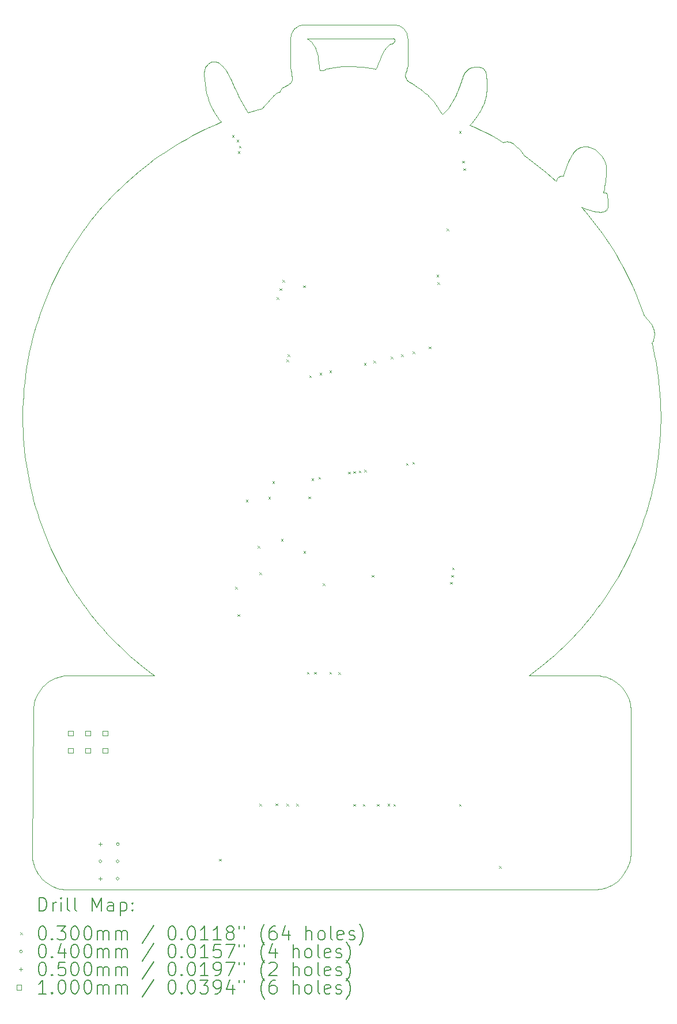
<source format=gbr>
%TF.GenerationSoftware,KiCad,Pcbnew,7.0.1-0*%
%TF.CreationDate,2024-04-28T15:41:08-04:00*%
%TF.ProjectId,OHS2024 Badge Release,4f485332-3032-4342-9042-616467652052,rev?*%
%TF.SameCoordinates,Original*%
%TF.FileFunction,Drillmap*%
%TF.FilePolarity,Positive*%
%FSLAX45Y45*%
G04 Gerber Fmt 4.5, Leading zero omitted, Abs format (unit mm)*
G04 Created by KiCad (PCBNEW 7.0.1-0) date 2024-04-28 15:41:08*
%MOMM*%
%LPD*%
G01*
G04 APERTURE LIST*
%ADD10C,0.100000*%
%ADD11C,0.200000*%
%ADD12C,0.030000*%
%ADD13C,0.040000*%
%ADD14C,0.050000*%
G04 APERTURE END LIST*
D10*
X6073600Y-4767500D02*
X6143600Y-4706400D01*
X10449800Y-3528300D02*
X10483100Y-3561000D01*
X8787200Y-2806100D02*
X8799600Y-2828400D01*
X13250900Y-12167100D02*
X13273300Y-12186500D01*
X8356100Y-3404200D02*
X8373300Y-3394600D01*
X4504000Y-8261100D02*
X4504100Y-8226300D01*
X4865000Y-12155000D02*
X4889100Y-12137800D01*
X13076400Y-4718800D02*
X13072000Y-4757400D01*
X13692900Y-6833800D02*
X13711700Y-6856000D01*
X13096700Y-5193100D02*
X13091000Y-5204400D01*
X10775600Y-3700200D02*
X10795100Y-3672600D01*
X7544100Y-3262500D02*
X7558500Y-3290800D01*
X13040400Y-4468500D02*
X13051500Y-4491400D01*
X4588400Y-7378100D02*
X4607100Y-7286200D01*
X13383700Y-10355700D02*
X13341500Y-10437900D01*
X10199100Y-3347900D02*
X10214600Y-3357600D01*
X13151200Y-12103100D02*
X13177600Y-12117000D01*
X7496600Y-3180600D02*
X7513400Y-3207400D01*
X13350700Y-12275700D02*
X13366700Y-12300700D01*
X7513400Y-3207400D02*
X7529200Y-3234700D01*
X11312700Y-3207800D02*
X11316100Y-3222800D01*
X10955100Y-3309900D02*
X10960800Y-3292800D01*
X5393200Y-5520900D02*
X5448000Y-5446700D01*
X13415000Y-14810000D02*
X13404400Y-14839600D01*
X5052500Y-12065400D02*
X5082400Y-12059000D01*
X7333400Y-3041300D02*
X7347300Y-3043800D01*
X12913700Y-15191100D02*
X5154700Y-15191100D01*
X10949600Y-3327000D02*
X10955100Y-3309900D01*
X12772700Y-11282700D02*
X12711700Y-11353500D01*
X6384200Y-12009200D02*
X6308000Y-11951000D01*
X11874000Y-4421800D02*
X11892700Y-4434900D01*
X10172300Y-3328700D02*
X10185000Y-3338300D01*
X13096000Y-12080000D02*
X13124000Y-12090800D01*
X12719500Y-5180200D02*
X12782400Y-5253400D01*
X4779700Y-9842000D02*
X4748800Y-9753300D01*
X13423800Y-14779800D02*
X13415000Y-14810000D01*
X8836000Y-2934200D02*
X8841200Y-2960400D01*
X5009100Y-6150500D02*
X5051700Y-6068600D01*
X13769600Y-7132200D02*
X13760900Y-7150900D01*
X13018100Y-5557800D02*
X13073000Y-5636800D01*
X8952400Y-3152100D02*
X8963500Y-3147600D01*
X4940200Y-12107500D02*
X4967100Y-12094600D01*
X9945001Y-2772005D02*
G75*
G03*
X9958000Y-2700600I-6751J38115D01*
G01*
X13773700Y-6958500D02*
X13779600Y-6980000D01*
X11259500Y-3136800D02*
X11271700Y-3145700D01*
X8233600Y-3503400D02*
X8243000Y-3498300D01*
X13076200Y-5222900D02*
X13076100Y-5223100D01*
X8845500Y-2986800D02*
X8849200Y-3013200D01*
X12242800Y-11815600D02*
X12170000Y-11876500D01*
X13097700Y-5016300D02*
X13098100Y-5020200D01*
X8099700Y-3639400D02*
X8141900Y-3593100D01*
X13067600Y-15167000D02*
X13037900Y-15175500D01*
X4729100Y-12309700D02*
X4744600Y-12284400D01*
X4646200Y-14713300D02*
X4645200Y-14681900D01*
X7250000Y-4002200D02*
X7337500Y-3963700D01*
X7185100Y-3139600D02*
X7189200Y-3130300D01*
X4661900Y-12560100D02*
X4662300Y-12540700D01*
X7558500Y-3290800D02*
X7572400Y-3319300D01*
X10264300Y-3386800D02*
X10303800Y-3412000D01*
X13874000Y-8024100D02*
X13877800Y-8117900D01*
X11020300Y-3182700D02*
X11033900Y-3169400D01*
X5135200Y-10606400D02*
X5089000Y-10524800D01*
X4682200Y-12419600D02*
X4691500Y-12391000D01*
X13784400Y-7072400D02*
X13781300Y-7092800D01*
X10379400Y-3467100D02*
X10415200Y-3497000D01*
X13861100Y-8677000D02*
X13851900Y-8769400D01*
X13078700Y-4590300D02*
X13081000Y-4616400D01*
X9802300Y-2900300D02*
X9816400Y-2876000D01*
X5112800Y-12054500D02*
X5143800Y-12051800D01*
X13051500Y-4919100D02*
X13048900Y-4927200D01*
X4770600Y-15014000D02*
X4751800Y-14991100D01*
X10938500Y-3361000D02*
X10944100Y-3344000D01*
X13351900Y-14940900D02*
X13335000Y-14967500D01*
X13297800Y-10519300D02*
X13252400Y-10599800D01*
X13041400Y-4964100D02*
X13046500Y-4964800D01*
X12020100Y-11994400D02*
X11943000Y-12051300D01*
X12417300Y-4721500D02*
X12429500Y-4721700D01*
X13745200Y-6898100D02*
X13756400Y-6917500D01*
X10627300Y-3744300D02*
X10651500Y-3784600D01*
X13067200Y-12070900D02*
X13096000Y-12080000D01*
X13877800Y-8117900D02*
X13879700Y-8211500D01*
X12455400Y-4701400D02*
X12455700Y-4700300D01*
X13776400Y-7112800D02*
X13769600Y-7132200D01*
X8243000Y-3498300D02*
X8253200Y-3494400D01*
X12755200Y-5189800D02*
X12712300Y-5172100D01*
X13361500Y-14923900D02*
X13351900Y-14940900D01*
X11327600Y-3367300D02*
X11328000Y-3400400D01*
X13784600Y-7069300D02*
X13784400Y-7072400D01*
X5154700Y-15191100D02*
X5139400Y-15190800D01*
X4882900Y-10103900D02*
X4846800Y-10017300D01*
X4787800Y-6659700D02*
X4820500Y-6572900D01*
X5023400Y-12073400D02*
X5052500Y-12065400D01*
X4621100Y-9300200D02*
X4601000Y-9207900D01*
X4779800Y-12236700D02*
X4799300Y-12214500D01*
X4914200Y-12121900D02*
X4940200Y-12107500D01*
X13778500Y-9226400D02*
X13758500Y-9316600D01*
X4668600Y-12479000D02*
X4674500Y-12449000D01*
X7709900Y-3608200D02*
X7743600Y-3668900D01*
X8462900Y-3303600D02*
X8462900Y-3290800D01*
X13076100Y-5223100D02*
X13066700Y-5230600D01*
X6910800Y-4172900D02*
X6994000Y-4127800D01*
X12618400Y-4352300D02*
X12631100Y-4339800D01*
X13868400Y-7930300D02*
X13874000Y-8024100D01*
X4811800Y-15056300D02*
X4790600Y-15035700D01*
X12485900Y-4605200D02*
X12503800Y-4558800D01*
X4748800Y-9753300D02*
X4719700Y-9663900D01*
X8879100Y-3169100D02*
X8884100Y-3170400D01*
X10997900Y-3211600D02*
X11008400Y-3196800D01*
X5448000Y-5446700D02*
X5504300Y-5373500D01*
X7459400Y-3129300D02*
X7478700Y-3154600D01*
X8141900Y-3593100D02*
X8185600Y-3548100D01*
X10683400Y-3801900D02*
X10692500Y-3793600D01*
X7238800Y-3613600D02*
X7224100Y-3571300D01*
X10127800Y-3257400D02*
X10129900Y-3269300D01*
X8927700Y-3165700D02*
X8938500Y-3159400D01*
X6016700Y-11704600D02*
X5947400Y-11639600D01*
X7319800Y-3040500D02*
X7333400Y-3041300D01*
X7240200Y-3064000D02*
X7252300Y-3056100D01*
X13051500Y-4491400D02*
X13060900Y-4515200D01*
X8288100Y-3465300D02*
X8293200Y-3455100D01*
X13341500Y-10437900D02*
X13297800Y-10519300D01*
X4509500Y-8035000D02*
X4515000Y-7939800D01*
X8425900Y-3362800D02*
X8435300Y-3355900D01*
X4907600Y-15125800D02*
X4882200Y-15110500D01*
X4539200Y-8833800D02*
X4528500Y-8739200D01*
X8284400Y-3476600D02*
X8288100Y-3465300D01*
X8638300Y-2500397D02*
G75*
G03*
X8443000Y-2701000I7090J-202273D01*
G01*
X10888800Y-3493800D02*
X10901500Y-3462300D01*
X11729000Y-4260300D02*
X11729100Y-4260300D01*
X9380400Y-3112100D02*
X9439500Y-3115300D01*
X12519600Y-11558800D02*
X12452600Y-11624900D01*
X8862000Y-3119400D02*
X8866100Y-3145800D01*
X6143600Y-4706400D02*
X6214800Y-4646700D01*
X12124600Y-4609600D02*
X12199400Y-4670900D01*
X8683600Y-2700600D02*
X9958000Y-2700600D01*
X12961600Y-5480000D02*
X13018100Y-5557800D01*
X9705200Y-3130300D02*
X9717100Y-3105400D01*
X4674500Y-12449000D02*
X4682200Y-12419600D01*
X8280700Y-3486300D02*
X8282100Y-3484700D01*
X11232000Y-3123400D02*
X11246300Y-3129300D01*
X13753300Y-7180100D02*
X13774500Y-7273600D01*
X4649900Y-7104000D02*
X4674000Y-7013900D01*
X8990400Y-3140500D02*
X9026500Y-3134200D01*
X4512900Y-8548900D02*
X4507900Y-8453300D01*
X6747900Y-4267800D02*
X6828800Y-4219600D01*
X9748100Y-3028200D02*
X9757800Y-3002200D01*
X9929100Y-2776700D02*
X9945000Y-2772000D01*
X4799300Y-12214500D02*
X4820100Y-12193400D01*
X4734400Y-14967100D02*
X4718300Y-14942200D01*
X8456100Y-3229900D02*
X8453200Y-3210600D01*
X5562000Y-5301500D02*
X5621100Y-5230500D01*
X5390500Y-10999900D02*
X5336200Y-10923200D01*
X11317700Y-3238400D02*
X11321000Y-3267500D01*
X13377600Y-14896600D02*
X13361500Y-14923900D01*
X7934700Y-3752900D02*
X8025200Y-3729000D01*
X13438600Y-12529500D02*
X13439700Y-12560900D01*
X7347300Y-3043800D02*
X7361400Y-3048200D01*
X12351200Y-4774500D02*
X12352300Y-4771200D01*
X13632100Y-9760200D02*
X13601700Y-9847300D01*
X9557300Y-3127700D02*
X9615800Y-3136900D01*
X8459500Y-3324900D02*
X8461900Y-3314900D01*
X5504300Y-5373500D02*
X5562000Y-5301500D01*
X8275900Y-3491000D02*
X8276500Y-3490900D01*
X10153200Y-3146600D02*
X10145500Y-3168600D01*
X11567200Y-4224400D02*
X11578500Y-4219700D01*
X8866100Y-3145800D02*
X8866200Y-3146700D01*
X4519700Y-8644200D02*
X4512900Y-8548900D01*
X7572400Y-3319300D02*
X7586000Y-3348000D01*
X8220900Y-3512600D02*
X8224800Y-3509500D01*
X11321700Y-3499300D02*
X11316900Y-3531900D01*
X8388800Y-3385800D02*
X8402700Y-3377600D01*
X13056800Y-4873800D02*
X13052600Y-4913100D01*
X7211300Y-3528400D02*
X7211100Y-3527800D01*
X7217800Y-3085200D02*
X7228700Y-3073700D01*
X13036900Y-4963100D02*
X13041400Y-4964100D01*
X8282100Y-3484700D02*
X8282700Y-3484100D01*
X11792800Y-4316200D02*
X11815400Y-4340700D01*
X8435300Y-3355900D02*
X8444200Y-3348300D01*
X11768700Y-4293100D02*
X11792800Y-4316200D01*
X12454100Y-4709300D02*
X12455300Y-4701800D01*
X5095800Y-5987500D02*
X5141600Y-5907300D01*
X13535700Y-10019500D02*
X13500200Y-10104700D01*
X12945400Y-15190100D02*
X12913700Y-15191100D01*
X4607100Y-7286200D02*
X4627600Y-7194800D01*
X9789700Y-2925200D02*
X9802300Y-2900300D01*
X10127100Y-3244700D02*
X10127800Y-3257400D01*
X11227000Y-4042800D02*
X11313500Y-4085600D01*
X11117700Y-3123600D02*
X11136400Y-3119800D01*
X6308000Y-11951000D02*
X6233000Y-11891500D01*
X12568300Y-4424300D02*
X12574400Y-4413200D01*
X4532000Y-7750800D02*
X4543300Y-7656900D01*
X8187900Y-3545900D02*
X8198400Y-3534600D01*
X5186000Y-12049900D02*
X6439700Y-12049900D01*
X11307500Y-3193500D02*
X11312700Y-3207800D01*
X10342200Y-3438800D02*
X10379400Y-3467100D01*
X13717800Y-6862400D02*
X13732300Y-6879800D01*
X8941900Y-3157500D02*
X8952400Y-3152100D01*
X13046500Y-4964800D02*
X13048600Y-4964900D01*
X13107300Y-5115500D02*
X13107700Y-5133900D01*
X8453200Y-3210600D02*
X8452600Y-3206900D01*
X10303800Y-3412000D02*
X10342200Y-3438800D01*
X9839100Y-2843900D02*
X9852900Y-2828200D01*
X11270600Y-3683700D02*
X11251600Y-3723500D01*
X10214600Y-3357600D02*
X10231300Y-3367600D01*
X13095100Y-4998100D02*
X13096700Y-5007300D01*
X11136400Y-3119800D02*
X11140900Y-3118800D01*
X7184700Y-3363200D02*
X7177300Y-3295500D01*
X12900400Y-4323200D02*
X12922400Y-4336800D01*
X10813300Y-3644200D02*
X10830400Y-3615200D01*
X13813200Y-9044700D02*
X13796700Y-9135700D01*
X10127900Y-3231200D02*
X10127100Y-3244700D01*
X13275800Y-5963300D02*
X13322300Y-6047400D01*
X4601000Y-9207900D02*
X4582700Y-9115000D01*
X7207500Y-3098500D02*
X7217800Y-3085200D01*
X13851900Y-8769400D02*
X13840800Y-8861500D01*
X11483600Y-4176400D02*
X11567200Y-4224400D01*
X9085200Y-3125500D02*
X9144100Y-3118900D01*
X13177600Y-12117000D02*
X13203000Y-12132300D01*
X5139400Y-15190800D02*
X5108300Y-15188800D01*
X8443000Y-2701000D02*
X8443100Y-3128100D01*
X13068600Y-4539600D02*
X13074600Y-4564700D01*
X13826400Y-7554800D02*
X13839800Y-7648700D01*
X4551800Y-8928000D02*
X4539200Y-8833800D01*
X13054900Y-10913100D02*
X13001500Y-10989100D01*
X12690500Y-4302100D02*
X12707700Y-4296000D01*
X4960300Y-10274800D02*
X4920700Y-10189700D01*
X10675000Y-3808500D02*
X10683400Y-3801900D01*
X13564100Y-6571400D02*
X13598100Y-6661700D01*
X13381300Y-12326600D02*
X13394400Y-12353400D01*
X7189200Y-3130300D02*
X7198000Y-3113500D01*
X8849200Y-3013200D02*
X8852400Y-3039800D01*
X8902400Y-3173000D02*
X8904800Y-3173200D01*
X12545000Y-4468200D02*
X12568300Y-4424300D01*
X4692300Y-9573800D02*
X4666700Y-9483200D01*
X4571500Y-7470500D02*
X4588400Y-7378100D01*
X13366700Y-12300700D02*
X13381300Y-12326600D01*
X8821800Y-2882300D02*
X8829600Y-2908100D01*
X13630300Y-6752700D02*
X13638900Y-6763500D01*
X11300700Y-3180000D02*
X11307500Y-3193500D01*
X10988700Y-3227000D02*
X10997900Y-3211600D01*
X12574400Y-4413200D02*
X12584500Y-4396400D01*
X12998100Y-4405100D02*
X13013700Y-4425200D01*
X11652100Y-4218100D02*
X11666000Y-4223000D01*
X8916700Y-3171500D02*
X8927700Y-3165700D01*
X8855400Y-3066300D02*
X8858500Y-3092900D01*
X4645200Y-14681900D02*
X4645200Y-14681800D01*
X6233000Y-11891500D02*
X6159500Y-11830500D01*
X4882200Y-15110500D02*
X4857700Y-15093800D01*
X13227600Y-5880100D02*
X13275800Y-5963300D01*
X5188900Y-5828000D02*
X5237700Y-5749800D01*
X8198400Y-3534600D02*
X8209300Y-3523200D01*
X11327200Y-3433500D02*
X11325100Y-3466500D01*
X8209300Y-3523200D02*
X8220900Y-3512600D01*
X10514900Y-3595100D02*
X10545300Y-3630500D01*
X11292400Y-3167500D02*
X11300700Y-3180000D01*
X7198000Y-3113500D02*
X7207500Y-3098500D01*
X7177300Y-3295500D02*
X7171900Y-3227500D01*
X11326300Y-3334100D02*
X11327600Y-3367300D01*
X8913100Y-3173100D02*
X8916700Y-3171500D01*
X12782300Y-4286700D02*
X12795800Y-4286500D01*
X13013700Y-4425200D02*
X13027800Y-4446400D01*
X12048500Y-4549800D02*
X12124600Y-4609600D01*
X8683600Y-2700600D02*
X8697500Y-2709600D01*
X7194100Y-3430700D02*
X7184700Y-3363200D01*
X11613700Y-4213600D02*
X11626000Y-4213400D01*
X4857700Y-15093800D02*
X4834200Y-15075700D01*
X5077600Y-15185000D02*
X5047500Y-15179300D01*
X11082000Y-3136500D02*
X11099600Y-3129100D01*
X7478700Y-3154600D02*
X7496600Y-3180600D01*
X4666700Y-9483200D02*
X4643000Y-9392000D01*
X8799600Y-2828400D02*
X8810200Y-2851500D01*
X7529200Y-3234700D02*
X7544100Y-3262500D01*
X7174100Y-3174400D02*
X7178600Y-3156800D01*
X13756400Y-6917500D02*
X13765900Y-6937600D01*
X13786300Y-7046700D02*
X13784600Y-7069300D01*
X10165305Y-2700400D02*
G75*
G03*
X9965800Y-2500400I-197875J2120D01*
G01*
X4744600Y-12284400D02*
X4761500Y-12260000D01*
X12745300Y-4288300D02*
X12765800Y-4286700D01*
X6828800Y-4219600D02*
X6910800Y-4172900D01*
X12976700Y-15187100D02*
X12945400Y-15190100D01*
X8890900Y-3171600D02*
X8902400Y-3173000D01*
X4566300Y-9021700D02*
X4551800Y-8928000D01*
X13205100Y-15099000D02*
X13179300Y-15115800D01*
X10659900Y-3798000D02*
X10665400Y-3804700D01*
X12887900Y-5231600D02*
X12843100Y-5219500D01*
X11034400Y-3168900D02*
X11049300Y-3156400D01*
X10151300Y-3308700D02*
X10161000Y-3318800D01*
X13035000Y-4958300D02*
X13034800Y-4959000D01*
X11065200Y-3145600D02*
X11082000Y-3136500D01*
X4703700Y-14916200D02*
X4690500Y-14889500D01*
X4654000Y-14774600D02*
X4649200Y-14744200D01*
X13007500Y-15182200D02*
X12976700Y-15187100D01*
X12095800Y-11936200D02*
X12020100Y-11994400D01*
X10925300Y-3398500D02*
X10936600Y-3366200D01*
X7619400Y-3420500D02*
X7647800Y-3484000D01*
X11139700Y-4001900D02*
X11227000Y-4042800D01*
X13027800Y-4446400D02*
X13040400Y-4468500D01*
X6287300Y-4588300D02*
X6361000Y-4531300D01*
X8757600Y-2765000D02*
X8773200Y-2785000D01*
X13080800Y-4970900D02*
X13085800Y-4976000D01*
X4968100Y-6233400D02*
X5009100Y-6150500D01*
X10601500Y-3705200D02*
X10627300Y-3744300D01*
X12345200Y-4798200D02*
X12347100Y-4789500D01*
X4715000Y-12335900D02*
X4729100Y-12309700D01*
X13275700Y-15039500D02*
X13253300Y-15060800D01*
X13079700Y-4680200D02*
X13076400Y-4718800D01*
X13316600Y-14992800D02*
X13296800Y-15016800D01*
X7315500Y-3774400D02*
X7293700Y-3735500D01*
X13758500Y-9316600D02*
X13736700Y-9406300D01*
X13106800Y-5150800D02*
X13104600Y-5166300D01*
X11246300Y-3129300D02*
X11259500Y-3136800D01*
X13089900Y-4982500D02*
X13092800Y-4989500D01*
X9867300Y-2814300D02*
X9882200Y-2802100D01*
X13066900Y-4796000D02*
X13061700Y-4834800D01*
X7252300Y-3056100D02*
X7264800Y-3049900D01*
X12451900Y-4722400D02*
X12452000Y-4721900D01*
X7337500Y-3963700D02*
X7426000Y-3926800D01*
X4842000Y-12173600D02*
X4865000Y-12155000D01*
X11321000Y-3267500D02*
X11324000Y-3300800D01*
X7211100Y-3527800D02*
X7211000Y-3527100D01*
X11743300Y-4271300D02*
X11768700Y-4293100D01*
X11049300Y-3156400D02*
X11065200Y-3145600D01*
X4820500Y-6572900D02*
X4854900Y-6486800D01*
X13391900Y-14868500D02*
X13377600Y-14896600D01*
X12388200Y-4728100D02*
X12396700Y-4724900D01*
X7361400Y-3048200D02*
X7375600Y-3054300D01*
X6994000Y-4127800D02*
X7078200Y-4084300D01*
X4928800Y-6317100D02*
X4968100Y-6233400D01*
X5879600Y-11573300D02*
X5813200Y-11505800D01*
X8451200Y-3340500D02*
X8456500Y-3332100D01*
X13404400Y-14839600D02*
X13391900Y-14868500D01*
X8276500Y-3490800D02*
X8277400Y-3489900D01*
X9913200Y-2783300D02*
X9929100Y-2776700D01*
X11856100Y-4393600D02*
X11874000Y-4421800D01*
X11302400Y-3596500D02*
X11292600Y-3628400D01*
X4515000Y-7939800D02*
X4522600Y-7845100D01*
X10861300Y-3555500D02*
X10875500Y-3524900D01*
X8276500Y-3490900D02*
X8276500Y-3490800D01*
X12983600Y-5248000D02*
X12965200Y-5246100D01*
X10651500Y-3784600D02*
X10651500Y-3784700D01*
X13779600Y-6980000D02*
X13783700Y-7001900D01*
X12361900Y-4751300D02*
X12368400Y-4742800D01*
X13860800Y-7836500D02*
X13868400Y-7930300D01*
X8415100Y-3370000D02*
X8425900Y-3362800D01*
X9203100Y-3114200D02*
X9262200Y-3111500D01*
X8314700Y-3430300D02*
X8323600Y-3423500D01*
X6668200Y-4317500D02*
X6747900Y-4267800D01*
X13774500Y-7273600D02*
X13793800Y-7367200D01*
X8975300Y-3144400D02*
X8975700Y-3144400D01*
X7264800Y-3049900D02*
X7277700Y-3045400D01*
X10754700Y-3727100D02*
X10775600Y-3700200D01*
X11591000Y-4216500D02*
X11603700Y-4215200D01*
X13839800Y-7648700D02*
X13851300Y-7742600D01*
X5141600Y-5907300D02*
X5188900Y-5828000D01*
X7293700Y-3735500D02*
X7273600Y-3695700D01*
X4669000Y-14833400D02*
X4660600Y-14804300D01*
X11729100Y-4260300D02*
X11743300Y-4271300D01*
X6439700Y-12049900D02*
X6384200Y-12009200D01*
X8323600Y-3423500D02*
X8333200Y-3417100D01*
X13031100Y-5245400D02*
X13016600Y-5247700D01*
X12712300Y-5172100D02*
X12712300Y-5172100D01*
X7078200Y-4084300D02*
X7163600Y-4042500D01*
X8874900Y-3167200D02*
X8879100Y-3169100D01*
X4719700Y-9663900D02*
X4692300Y-9573800D01*
X5143800Y-12051800D02*
X5154500Y-12051000D01*
X11316900Y-3531900D02*
X11310500Y-3564300D01*
X12452800Y-4718800D02*
X12453000Y-4717600D01*
X4994900Y-12083200D02*
X5023400Y-12073400D01*
X12170000Y-11876500D02*
X12095800Y-11936200D01*
X13416000Y-12409400D02*
X13424300Y-12438500D01*
X11280900Y-3660000D02*
X11280800Y-3660200D01*
X13430600Y-14749100D02*
X13423800Y-14779800D01*
X6436000Y-4475700D02*
X6512200Y-4421500D01*
X13490600Y-6393300D02*
X13528300Y-6481900D01*
X10165300Y-2700400D02*
X10165300Y-2700400D01*
X7426000Y-3926800D02*
X7419400Y-3919300D01*
X11815400Y-4340700D02*
X11836500Y-4366500D01*
X10159100Y-3124500D02*
X10153200Y-3146600D01*
X13156800Y-10758300D02*
X13106600Y-10836200D01*
X7364200Y-3849000D02*
X7339000Y-3812200D01*
X8462900Y-3290800D02*
X8462900Y-3290300D01*
X13103100Y-5065500D02*
X13107000Y-5111000D01*
X13732300Y-6879800D02*
X13745200Y-6898100D01*
X13062200Y-4964800D02*
X13068000Y-4965200D01*
X8812400Y-2856700D02*
X8821800Y-2882300D01*
X8402700Y-3377600D02*
X8415100Y-3370000D01*
X13796700Y-9135700D02*
X13778500Y-9226400D01*
X13781300Y-7092800D02*
X13776400Y-7112800D01*
X13007700Y-12057800D02*
X13037800Y-12063500D01*
X11198100Y-3116300D02*
X11217200Y-3119300D01*
X13601700Y-9847300D02*
X13569500Y-9933700D01*
X8446800Y-3167600D02*
X8443100Y-3128100D01*
X6159500Y-11830500D02*
X6087400Y-11768200D01*
X4727400Y-6835400D02*
X4756800Y-6747200D01*
X4507900Y-8453300D02*
X4505000Y-8357300D01*
X8870100Y-3161000D02*
X8873100Y-3165600D01*
X7391000Y-3884700D02*
X7364200Y-3849000D01*
X13000800Y-5248600D02*
X12983600Y-5248000D01*
X13045300Y-4935700D02*
X13041100Y-4944500D01*
X13877800Y-8398300D02*
X13874100Y-8491400D01*
X13101300Y-5180400D02*
X13096700Y-5193100D01*
X12890200Y-11138000D02*
X12832200Y-11210900D01*
X10131600Y-3275000D02*
X10136500Y-3286900D01*
X7613000Y-3405600D02*
X7613100Y-3405900D01*
X4812400Y-9930000D02*
X4779700Y-9842000D01*
X12314200Y-11753300D02*
X12242800Y-11815600D01*
X7743600Y-3668900D02*
X7779100Y-3728600D01*
X9321300Y-3110800D02*
X9380400Y-3112100D01*
X13783700Y-7001900D02*
X13786000Y-7024200D01*
X10129900Y-3269300D02*
X10131600Y-3275000D01*
X12352300Y-4771200D02*
X12356600Y-4760800D01*
X7163600Y-4042500D02*
X7250000Y-4002200D01*
X13439700Y-12560900D02*
X13439700Y-14654800D01*
X12523500Y-4513100D02*
X12545000Y-4468200D01*
X13760900Y-7150900D02*
X13750500Y-7168700D01*
X10185000Y-3338300D02*
X10199100Y-3347900D01*
X12962800Y-4368400D02*
X12981100Y-4386200D01*
X13177800Y-5798000D02*
X13227600Y-5880100D01*
X11271700Y-3145700D02*
X11282700Y-3156000D01*
X13107700Y-5133900D02*
X13106800Y-5150800D01*
X12606400Y-4365900D02*
X12618400Y-4352300D01*
X12503800Y-4558800D02*
X12523500Y-4513100D01*
X13750500Y-7168700D02*
X13753300Y-7180100D01*
X7816200Y-3787200D02*
X7844800Y-3778600D01*
X9738300Y-3054200D02*
X9748100Y-3028200D01*
X12707700Y-4296000D02*
X12726000Y-4291400D01*
X13016600Y-5247700D02*
X13000800Y-5248600D01*
X5562500Y-11223600D02*
X5503600Y-11150100D01*
X12765800Y-4286700D02*
X12781300Y-4286800D01*
X5681700Y-5160800D02*
X5743600Y-5092100D01*
X11184400Y-3836700D02*
X11158700Y-3872300D01*
X11836500Y-4366500D02*
X11856100Y-4393600D01*
X9439500Y-3115300D02*
X9498500Y-3120500D01*
X4920700Y-10189700D02*
X4882900Y-10103900D01*
X7304400Y-3041700D02*
X7306400Y-3041400D01*
X13294500Y-12207100D02*
X13314500Y-12228900D01*
X10846300Y-3585600D02*
X10861300Y-3555500D01*
X13066700Y-5230600D02*
X13056100Y-5236900D01*
X4528500Y-8739200D02*
X4519700Y-8644200D01*
X7290900Y-3042700D02*
X7304400Y-3041700D01*
X10973300Y-3259300D02*
X10980600Y-3242900D01*
X10913700Y-3430500D02*
X10925300Y-3398500D01*
X10936600Y-3366200D02*
X10936700Y-3366100D01*
X13322300Y-6047400D02*
X13367000Y-6132500D01*
X7438700Y-3104900D02*
X7459400Y-3129300D01*
X4627600Y-7194800D02*
X4649900Y-7104000D01*
X12199400Y-4670900D02*
X12273000Y-4733800D01*
X7404000Y-3072200D02*
X7418100Y-3084100D01*
X5183000Y-10687000D02*
X5135200Y-10606400D01*
X11399000Y-4130100D02*
X11483600Y-4176400D01*
X13528300Y-6481900D02*
X13564100Y-6571400D01*
X13569500Y-9933700D02*
X13535700Y-10019500D01*
X5621100Y-5230500D02*
X5681700Y-5160800D01*
X8873100Y-3165600D02*
X8874900Y-3167200D01*
X7224100Y-3571300D02*
X7211300Y-3528400D01*
X13074600Y-4564700D02*
X13078700Y-4590300D01*
X12356600Y-4760800D02*
X12361900Y-4751300D01*
X9615800Y-3136900D02*
X9674200Y-3148000D01*
X13126200Y-5716900D02*
X13177800Y-5798000D01*
X13793800Y-7367200D02*
X13811100Y-7461000D01*
X8697500Y-2709600D02*
X8702100Y-2712900D01*
X13124000Y-12090800D02*
X13151200Y-12103100D01*
X13660800Y-9672600D02*
X13632100Y-9760200D01*
X13081400Y-4642800D02*
X13079700Y-4680200D01*
X13061800Y-4964800D02*
X13062200Y-4964800D01*
X12585100Y-11491500D02*
X12519600Y-11558800D01*
X4891000Y-6401600D02*
X4928800Y-6317100D01*
X10415200Y-3497000D02*
X10449800Y-3528300D01*
X10901500Y-3462300D02*
X10913700Y-3430500D01*
X11712000Y-4248300D02*
X11729000Y-4260300D01*
X11102600Y-3939900D02*
X11072200Y-3971800D01*
X4854900Y-6486800D02*
X4891000Y-6401600D01*
X11208500Y-3800000D02*
X11184400Y-3836700D01*
X4690500Y-14889500D02*
X4678900Y-14861800D01*
X8299300Y-3446000D02*
X8306500Y-3437800D01*
X11626000Y-4213400D02*
X11638800Y-4214900D01*
X9696100Y-3145500D02*
X9700600Y-3138800D01*
X4718300Y-14942200D02*
X4703700Y-14916200D01*
X13074900Y-4967300D02*
X13080800Y-4970900D01*
X5743600Y-5092100D02*
X5806900Y-5024700D01*
X13314500Y-12228900D02*
X13333200Y-12251800D01*
X8638300Y-2500400D02*
X9965800Y-2500400D01*
X12439400Y-4721500D02*
X12451900Y-4722400D01*
X10980600Y-3242900D02*
X10988700Y-3227000D01*
X13868500Y-8584300D02*
X13861100Y-8677000D01*
X8858500Y-3092900D02*
X8862000Y-3119400D01*
X12798800Y-5205600D02*
X12755200Y-5189800D01*
X5806900Y-5024700D02*
X5871600Y-4958500D01*
X10145500Y-3168600D02*
X10139400Y-3184600D01*
X12877300Y-4311100D02*
X12900400Y-4323200D01*
X10130200Y-3216800D02*
X10127900Y-3231200D01*
X12711700Y-11353500D02*
X12649200Y-11423100D01*
X11131400Y-3906700D02*
X11102600Y-3939900D01*
X4645200Y-14681800D02*
X4661900Y-12560100D01*
X8773200Y-2785000D02*
X8787200Y-2806100D01*
X13711700Y-6856000D02*
X13717800Y-6862400D01*
X9674200Y-3148000D02*
X9682400Y-3149600D01*
X5237700Y-5749800D02*
X5288000Y-5672500D01*
X13296800Y-15016800D02*
X13275700Y-15039500D01*
X13073000Y-5636800D02*
X13126200Y-5716900D01*
X5336200Y-10923200D02*
X5283600Y-10845500D01*
X12368400Y-4742800D02*
X12376200Y-4735400D01*
X13638900Y-6763500D02*
X13657100Y-6787100D01*
X7419400Y-3919300D02*
X7391000Y-3884700D01*
X4691500Y-12391000D02*
X4702500Y-12363100D01*
X4522600Y-7845100D02*
X4532000Y-7750800D01*
X8293200Y-3455100D02*
X8299300Y-3446000D01*
X11292600Y-3628400D02*
X11280900Y-3660000D01*
X13034800Y-4959000D02*
X13034000Y-4962300D01*
X10651500Y-3784700D02*
X10654300Y-3789400D01*
X5108300Y-15188800D02*
X5077600Y-15185000D01*
X10944100Y-3344000D02*
X10949600Y-3327000D01*
X9757800Y-3002200D02*
X9767800Y-2976300D01*
X10936700Y-3366100D02*
X10938500Y-3361000D01*
X8938500Y-3159400D02*
X8941900Y-3157500D01*
X13060900Y-4515200D02*
X13068600Y-4539600D01*
X6361000Y-4531300D02*
X6436000Y-4475700D01*
X4699900Y-6924300D02*
X4727400Y-6835400D01*
X12843100Y-5219500D02*
X12798800Y-5205600D01*
X5047500Y-15179300D02*
X5018100Y-15171900D01*
X5283600Y-10845500D02*
X5232500Y-10766700D01*
X13051500Y-4965000D02*
X13061800Y-4964800D01*
X12853200Y-4300700D02*
X12877300Y-4311100D01*
X8884100Y-3170400D02*
X8890900Y-3171600D01*
X13430800Y-12468200D02*
X13435600Y-12498600D01*
X13765900Y-6937600D02*
X13773700Y-6958500D01*
X11159800Y-3116100D02*
X11178900Y-3115200D01*
X13048900Y-4927200D02*
X13045300Y-4935700D01*
X7277700Y-3045400D02*
X7290900Y-3042700D01*
X13001500Y-10989100D02*
X12946700Y-11064000D01*
X8282700Y-3484100D02*
X8284400Y-3476600D01*
X9816400Y-2876000D02*
X9826100Y-2861200D01*
X13061700Y-4834800D02*
X13056800Y-4873800D01*
X13424200Y-10272800D02*
X13383700Y-10355700D01*
X7432200Y-3097900D02*
X7438700Y-3104900D01*
X13406000Y-12381000D02*
X13416000Y-12409400D01*
X4702500Y-12363100D02*
X4715000Y-12335900D01*
X12946700Y-11064000D02*
X12890200Y-11138000D01*
X13052600Y-4913100D02*
X13051500Y-4919100D01*
X11099600Y-3129100D02*
X11117700Y-3123600D01*
X8461900Y-3314900D02*
X8462900Y-3303600D01*
X13879700Y-8305000D02*
X13877800Y-8398300D01*
X10795100Y-3672600D02*
X10813300Y-3644200D01*
X9026500Y-3134200D02*
X9085200Y-3125500D01*
X9262200Y-3111500D02*
X9321300Y-3110800D01*
X9882200Y-2802100D02*
X9897600Y-2791700D01*
X13044200Y-5241800D02*
X13031100Y-5245400D01*
X11324000Y-3300800D02*
X11326300Y-3334100D01*
X12631100Y-4339800D02*
X12644700Y-4328400D01*
X12938600Y-5242700D02*
X12933400Y-5241700D01*
X7586000Y-3348000D02*
X7599500Y-3376800D01*
X7170800Y-3210700D02*
X7171500Y-3192500D01*
X7647800Y-3484000D02*
X7678000Y-3546600D01*
X9826100Y-2861200D02*
X9839100Y-2843900D01*
X10134100Y-3201300D02*
X10130200Y-3216800D01*
X10668700Y-3807900D02*
X10672400Y-3810200D01*
X10545300Y-3630500D02*
X10574200Y-3667200D01*
X11217200Y-3119300D02*
X11217300Y-3119300D01*
X13037900Y-15175500D02*
X13007500Y-15182200D01*
X6214800Y-4646700D02*
X6287300Y-4588300D01*
X5503600Y-11150100D02*
X5446300Y-11075500D01*
X10165500Y-3079700D02*
X10163200Y-3102200D01*
X12649200Y-11423100D02*
X12585100Y-11491500D01*
X12469900Y-4652400D02*
X12485900Y-4605200D01*
X10732300Y-3753200D02*
X10754700Y-3727100D01*
X13205400Y-10679500D02*
X13156800Y-10758300D01*
X12584500Y-4396400D02*
X12595100Y-4380700D01*
X7306400Y-3041400D02*
X7319800Y-3040500D01*
X13253300Y-15060800D02*
X13229800Y-15080600D01*
X10483100Y-3561000D02*
X10514900Y-3595100D01*
X13152700Y-15131100D02*
X13125100Y-15144700D01*
X12832200Y-11210900D02*
X12772700Y-11282700D01*
X8702100Y-2712900D02*
X8722000Y-2728900D01*
X5748300Y-11437000D02*
X5684900Y-11367000D01*
X12384100Y-11689700D02*
X12314200Y-11753300D01*
X10966800Y-3275900D02*
X10973300Y-3259300D01*
X12965200Y-5246100D02*
X12957900Y-5245400D01*
X8343300Y-3411200D02*
X8353900Y-3405400D01*
X11892700Y-4434900D02*
X11971200Y-4491500D01*
X13879700Y-8211500D02*
X13879700Y-8305000D01*
X10654300Y-3789400D02*
X10659900Y-3798000D01*
X12406400Y-4722600D02*
X12417300Y-4721500D01*
X12659000Y-4318300D02*
X12674300Y-4309500D01*
X4664500Y-12509600D02*
X4668600Y-12479000D01*
X7171500Y-3192500D02*
X7174100Y-3174400D01*
X11217300Y-3119300D02*
X11232000Y-3123400D01*
X13736700Y-9406300D02*
X13713100Y-9495600D01*
X12903500Y-5403300D02*
X12961600Y-5480000D01*
X13410000Y-6218500D02*
X13451200Y-6305500D01*
X8976700Y-3144200D02*
X8978500Y-3143600D01*
X5089000Y-10524800D02*
X5044400Y-10442300D01*
X8253200Y-3494400D02*
X8264100Y-3491900D01*
X11310500Y-3564300D02*
X11302400Y-3596500D01*
X11971200Y-4491500D02*
X12048500Y-4549800D01*
X9682400Y-3149600D02*
X9691400Y-3150300D01*
X7178600Y-3156800D02*
X7185100Y-3139600D01*
X13041100Y-4944500D02*
X13038800Y-4949300D01*
X4834200Y-15075700D02*
X4811800Y-15056300D01*
X13227500Y-12149000D02*
X13250900Y-12167100D01*
X12347100Y-4789500D02*
X12351200Y-4774500D01*
X10708300Y-3778400D02*
X10732300Y-3753200D01*
X10165300Y-2700400D02*
X10165500Y-3079700D01*
X8841200Y-2960400D02*
X8845500Y-2986800D01*
X8740500Y-2746300D02*
X8757600Y-2765000D01*
X12782400Y-5253400D02*
X12843700Y-5327700D01*
X13037800Y-12063500D02*
X13067200Y-12070900D01*
X9717100Y-3105400D02*
X9728100Y-3080000D01*
X10143100Y-3298100D02*
X10151300Y-3308700D01*
X8306500Y-3437800D02*
X8314700Y-3430300D01*
X11666000Y-4223000D02*
X11680500Y-4229700D01*
X12933400Y-5241700D02*
X12887900Y-5231600D01*
X10136500Y-3286900D02*
X10143100Y-3298100D01*
X12644700Y-4328400D02*
X12659000Y-4318300D01*
X12957900Y-5245400D02*
X12938800Y-5242800D01*
X8978500Y-3143600D02*
X8990400Y-3140500D01*
X13657100Y-6787100D02*
X13674900Y-6810700D01*
X4934000Y-15139700D02*
X4907600Y-15125800D01*
X12380800Y-4732200D02*
X12388200Y-4728100D01*
X11695800Y-4238200D02*
X11712000Y-4248300D01*
X8444200Y-3348300D02*
X8451200Y-3340500D01*
X11943000Y-12051300D02*
X12915100Y-12051300D01*
X13786000Y-7024200D02*
X13786300Y-7046700D01*
X12842700Y-4296800D02*
X12853200Y-4300700D01*
X10665400Y-3804700D02*
X10668700Y-3807900D01*
X13034000Y-4962300D02*
X13036900Y-4963100D01*
X13179300Y-15115800D02*
X13152700Y-15131100D01*
X11230900Y-3762300D02*
X11208500Y-3800000D01*
X13081000Y-4616400D02*
X13081400Y-4642800D01*
X5813200Y-11505800D02*
X5748300Y-11437000D01*
X13500200Y-10104700D02*
X13463000Y-10189100D01*
X12943200Y-4351900D02*
X12962800Y-4368400D01*
X13107000Y-5111000D02*
X13107300Y-5115500D01*
X13084200Y-5214300D02*
X13076200Y-5222900D01*
X8333200Y-3417100D02*
X8343300Y-3411200D01*
X7418100Y-3084100D02*
X7432200Y-3097900D01*
X4505800Y-8130500D02*
X4509500Y-8035000D01*
X11578500Y-4219700D02*
X11591000Y-4216500D01*
X4761500Y-12260000D02*
X4779800Y-12236700D01*
X8456500Y-3332100D02*
X8459500Y-3324900D01*
X10163200Y-3102200D02*
X10159100Y-3124500D01*
X5018100Y-15171900D02*
X4989300Y-15162800D01*
X13038800Y-4949300D02*
X13035000Y-4958300D01*
X12938800Y-5242800D02*
X12938600Y-5242700D01*
X13335000Y-14967500D02*
X13316600Y-14992800D01*
X12455300Y-4701800D02*
X12455400Y-4701400D01*
X8264100Y-3491900D02*
X8275900Y-3491000D01*
X11603700Y-4215200D02*
X11613700Y-4213600D01*
X8867900Y-3154800D02*
X8870100Y-3161000D01*
X13674900Y-6810700D02*
X13692900Y-6833800D01*
X4961300Y-15152000D02*
X4934000Y-15139700D01*
X11033900Y-3169400D02*
X11034400Y-3168900D01*
X12981100Y-4386200D02*
X12998100Y-4405100D01*
X8462900Y-3290300D02*
X8462000Y-3277400D01*
X4846800Y-10017300D02*
X4812400Y-9930000D01*
X12396700Y-4724900D02*
X12406400Y-4722600D01*
X13273300Y-12186500D02*
X13294500Y-12207100D01*
X8224800Y-3509500D02*
X8233600Y-3503400D01*
X7255300Y-3655100D02*
X7238800Y-3613600D01*
X11008400Y-3196800D02*
X11020300Y-3182700D01*
X13104600Y-5166300D02*
X13101300Y-5180400D01*
X11140900Y-3118800D02*
X11159800Y-3116100D01*
X6004900Y-4829900D02*
X6073600Y-4767500D01*
X5154500Y-12051000D02*
X5186000Y-12049900D01*
X12843700Y-5327700D02*
X12903500Y-5403300D01*
X11638800Y-4214900D02*
X11652100Y-4218100D01*
X4989300Y-15162800D02*
X4961300Y-15152000D01*
X12915100Y-12051300D02*
X12933200Y-12051700D01*
X9778300Y-2950500D02*
X9789700Y-2925200D01*
X13439700Y-14654800D02*
X13439700Y-14654900D01*
X10672400Y-3810200D02*
X10675000Y-3808500D01*
X13851300Y-7742600D02*
X13860800Y-7836500D01*
X4662300Y-12540700D02*
X4664500Y-12509600D01*
X11282700Y-3156000D02*
X11292400Y-3167500D01*
X4556500Y-7563400D02*
X4571500Y-7470500D01*
X8277400Y-3489900D02*
X8279000Y-3488200D01*
X8458600Y-3247400D02*
X8456100Y-3229900D01*
X4643000Y-9392000D02*
X4621100Y-9300200D01*
X9728100Y-3080000D02*
X9738300Y-3054200D01*
X8866200Y-3146700D02*
X8867900Y-3154800D01*
X8975700Y-3144400D02*
X8976700Y-3144200D01*
X5051700Y-6068600D02*
X5095800Y-5987500D01*
X9700600Y-3138800D02*
X9705200Y-3130300D01*
X12781300Y-4286800D02*
X12782300Y-4286700D01*
X4751800Y-14991100D02*
X4734400Y-14967100D01*
X8904800Y-3173200D02*
X8913100Y-3173100D01*
X7339000Y-3812200D02*
X7315500Y-3774400D01*
X13068000Y-4965200D02*
X13074900Y-4967300D01*
X8462000Y-3277400D02*
X8460600Y-3263200D01*
X8452600Y-3206900D02*
X8446800Y-3167600D01*
X10231300Y-3367600D02*
X10264300Y-3386800D01*
X5446300Y-11075500D02*
X5390500Y-10999900D01*
X13435600Y-14718000D02*
X13430600Y-14749100D01*
X12795800Y-4286500D02*
X12811800Y-4288000D01*
X4543300Y-7656900D02*
X4556500Y-7563400D01*
X13106600Y-10836200D02*
X13054900Y-10913100D01*
X13874100Y-8491400D02*
X13868500Y-8584300D01*
X9691400Y-3150300D02*
X9696100Y-3145500D01*
X9498500Y-3120500D02*
X9557300Y-3127700D01*
X11316100Y-3222800D02*
X11317700Y-3238400D01*
X7171900Y-3227500D02*
X7170800Y-3210700D01*
X11178900Y-3115200D02*
X11198100Y-3116300D01*
X13435600Y-12498600D02*
X13438600Y-12529500D01*
X12922400Y-4336800D02*
X12943200Y-4351900D01*
X8963500Y-3147600D02*
X8975300Y-3144400D01*
X8279000Y-3488200D02*
X8280700Y-3486300D01*
X8722000Y-2728900D02*
X8740500Y-2746300D01*
X4678900Y-14861800D02*
X4669000Y-14833400D01*
X10830400Y-3615200D02*
X10846300Y-3585600D01*
X8353900Y-3405400D02*
X8356100Y-3404200D01*
X8185600Y-3548100D02*
X8187900Y-3545900D01*
X12376200Y-4735400D02*
X12380800Y-4732200D01*
X8852400Y-3039800D02*
X8855400Y-3066300D01*
X9767800Y-2976300D02*
X9778300Y-2950500D01*
X11280800Y-3660200D02*
X11270600Y-3683700D01*
X7779100Y-3728600D02*
X7816200Y-3787200D01*
X5684900Y-11367000D02*
X5622900Y-11295900D01*
X12595100Y-4380700D02*
X12606400Y-4365900D01*
X13424300Y-12438500D02*
X13430800Y-12468200D01*
X12429500Y-4721700D02*
X12439400Y-4721500D01*
X10161000Y-3318800D02*
X10172300Y-3328700D01*
X5082400Y-12059000D02*
X5112800Y-12054500D01*
X7205400Y-3497800D02*
X7194100Y-3430700D01*
X12945900Y-12051900D02*
X12977100Y-12053900D01*
X4504100Y-8226300D02*
X4505800Y-8130500D01*
X13252400Y-10599800D02*
X13205400Y-10679500D01*
X9144100Y-3118900D02*
X9203100Y-3114200D01*
X13811100Y-7461000D02*
X13826400Y-7554800D01*
X5622900Y-11295900D02*
X5562500Y-11223600D01*
X13125100Y-15144700D02*
X13096700Y-15156700D01*
X13367000Y-6132500D02*
X13410000Y-6218500D01*
X11251600Y-3723500D02*
X11230900Y-3762300D01*
X10875500Y-3524900D02*
X10888800Y-3493800D01*
X12726000Y-4291400D02*
X12745300Y-4288300D01*
X8373300Y-3394600D02*
X8388800Y-3385800D01*
X7613100Y-3405900D02*
X7619400Y-3420500D01*
X10960800Y-3292800D02*
X10966800Y-3275900D01*
X13394400Y-12353400D02*
X13406000Y-12381000D01*
X7228700Y-3073700D02*
X7240200Y-3064000D01*
X12453000Y-4717600D02*
X12454100Y-4709300D01*
X10574200Y-3667200D02*
X10601500Y-3705200D01*
X12811800Y-4288000D02*
X12827500Y-4291400D01*
X12827500Y-4291400D02*
X12842700Y-4296800D01*
X13096700Y-5007300D02*
X13097700Y-5016300D01*
X8025200Y-3729000D02*
X8058900Y-3687100D01*
X12452600Y-11624900D02*
X12384100Y-11689700D01*
X9852900Y-2828200D02*
X9867300Y-2814300D01*
X13451200Y-6305500D02*
X13490600Y-6393300D01*
X6087400Y-11768200D02*
X6016700Y-11704600D01*
X13439700Y-14654900D02*
X13438600Y-14686500D01*
X11158700Y-3872300D02*
X11131400Y-3906700D01*
X10139400Y-3184600D02*
X10134100Y-3201300D01*
X4790600Y-15035700D02*
X4770600Y-15014000D01*
X4674000Y-7013900D02*
X4699900Y-6924300D01*
X6512200Y-4421500D02*
X6589600Y-4368800D01*
X13048600Y-4964900D02*
X13051500Y-4965000D01*
X8460600Y-3263200D02*
X8458600Y-3247400D01*
X11328000Y-3400400D02*
X11327200Y-3433500D01*
X8810200Y-2851500D02*
X8812400Y-2856700D01*
X5947400Y-11639600D02*
X5879600Y-11573300D01*
X5871600Y-4958500D02*
X5937600Y-4893600D01*
X12455700Y-4700300D02*
X12469900Y-4652400D01*
X11072200Y-3971800D02*
X11139700Y-4001900D01*
X8829600Y-2908100D02*
X8836000Y-2934200D01*
X11325100Y-3466500D02*
X11321700Y-3499300D01*
X13840800Y-8861500D02*
X13827900Y-8953300D01*
X4505000Y-8357300D02*
X4504000Y-8261100D01*
X13098100Y-5020200D02*
X13103100Y-5065500D01*
X7211000Y-3527100D02*
X7205400Y-3497800D01*
X12273000Y-4733800D02*
X12345200Y-4798200D01*
X4756800Y-6747200D02*
X4787800Y-6659700D01*
X13085800Y-4976000D02*
X13089900Y-4982500D01*
X13072000Y-4757400D02*
X13066900Y-4796000D01*
X13092800Y-4989500D02*
X13095100Y-4998100D01*
X7273600Y-3695700D02*
X7255300Y-3655100D01*
X4820100Y-12193400D02*
X4842000Y-12173600D01*
X4967100Y-12094600D02*
X4994900Y-12083200D01*
X12712300Y-5172100D02*
X12719500Y-5180200D01*
X13713100Y-9495600D02*
X13687900Y-9584400D01*
X13598100Y-6661700D02*
X13630300Y-6752700D01*
X5339900Y-5596100D02*
X5393200Y-5520900D01*
X7844800Y-3778600D02*
X7934700Y-3752900D01*
X5001500Y-10359000D02*
X4960300Y-10274800D01*
X13203000Y-12132300D02*
X13227500Y-12149000D01*
X9897600Y-2791700D02*
X9913200Y-2783300D01*
X6589600Y-4368800D02*
X6668200Y-4317500D01*
X12977100Y-12053900D02*
X13007700Y-12057800D01*
X13333200Y-12251800D02*
X13350700Y-12275700D01*
X7389800Y-3062300D02*
X7404000Y-3072200D01*
X4660600Y-14804300D02*
X4654000Y-14774600D01*
X7678000Y-3546600D02*
X7709900Y-3608200D01*
X11313500Y-4085600D02*
X11399000Y-4130100D01*
X13438600Y-14686500D02*
X13435600Y-14718000D01*
X4582700Y-9115000D02*
X4566300Y-9021700D01*
X10692500Y-3793600D02*
X10708300Y-3778400D01*
X4889100Y-12137800D02*
X4914200Y-12121900D01*
X13091000Y-5204400D02*
X13084200Y-5214300D01*
X13096700Y-15156700D02*
X13067600Y-15167000D01*
X7599500Y-3376800D02*
X7613000Y-3405600D01*
X13056100Y-5236900D02*
X13044200Y-5241800D01*
X13687900Y-9584400D02*
X13660800Y-9672600D01*
X12452000Y-4721900D02*
X12452800Y-4718800D01*
X7375600Y-3054300D02*
X7389800Y-3062300D01*
X13463000Y-10189100D02*
X13424200Y-10272800D01*
X5937600Y-4893600D02*
X6004900Y-4829900D01*
X8058900Y-3687100D02*
X8099700Y-3639400D01*
X11680500Y-4229700D02*
X11695800Y-4238200D01*
X12674300Y-4309500D02*
X12690500Y-4302100D01*
X13229800Y-15080600D02*
X13205100Y-15099000D01*
X5288000Y-5672500D02*
X5339900Y-5596100D01*
X5044400Y-10442300D02*
X5001500Y-10359000D01*
X4649200Y-14744200D02*
X4646200Y-14713300D01*
X12933200Y-12051700D02*
X12945900Y-12051900D01*
X5232500Y-10766700D02*
X5183000Y-10687000D01*
X13827900Y-8953300D02*
X13813200Y-9044700D01*
D11*
D12*
X7389000Y-14742000D02*
X7419000Y-14772000D01*
X7419000Y-14742000D02*
X7389000Y-14772000D01*
X7580000Y-4118000D02*
X7610000Y-4148000D01*
X7610000Y-4118000D02*
X7580000Y-4148000D01*
X7627000Y-10749000D02*
X7657000Y-10779000D01*
X7657000Y-10749000D02*
X7627000Y-10779000D01*
X7651000Y-4187000D02*
X7681000Y-4217000D01*
X7681000Y-4187000D02*
X7651000Y-4217000D01*
X7660000Y-11152000D02*
X7690000Y-11182000D01*
X7690000Y-11152000D02*
X7660000Y-11182000D01*
X7664366Y-4354502D02*
X7694366Y-4384502D01*
X7694366Y-4354502D02*
X7664366Y-4384502D01*
X7684000Y-4277000D02*
X7714000Y-4307000D01*
X7714000Y-4277000D02*
X7684000Y-4307000D01*
X7783479Y-9470524D02*
X7813479Y-9500524D01*
X7813479Y-9470524D02*
X7783479Y-9500524D01*
X7956000Y-10147000D02*
X7986000Y-10177000D01*
X7986000Y-10147000D02*
X7956000Y-10177000D01*
X7982000Y-13933000D02*
X8012000Y-13963000D01*
X8012000Y-13933000D02*
X7982000Y-13963000D01*
X7985000Y-10535000D02*
X8015000Y-10565000D01*
X8015000Y-10535000D02*
X7985000Y-10565000D01*
X8113000Y-9427000D02*
X8143000Y-9457000D01*
X8143000Y-9427000D02*
X8113000Y-9457000D01*
X8172417Y-9198087D02*
X8202417Y-9228087D01*
X8202417Y-9198087D02*
X8172417Y-9228087D01*
X8219000Y-13930000D02*
X8249000Y-13960000D01*
X8249000Y-13930000D02*
X8219000Y-13960000D01*
X8237000Y-6497000D02*
X8267000Y-6527000D01*
X8267000Y-6497000D02*
X8237000Y-6527000D01*
X8278000Y-6367000D02*
X8308000Y-6397000D01*
X8308000Y-6367000D02*
X8278000Y-6397000D01*
X8300000Y-10045000D02*
X8330000Y-10075000D01*
X8330000Y-10045000D02*
X8300000Y-10075000D01*
X8322000Y-6245000D02*
X8352000Y-6275000D01*
X8352000Y-6245000D02*
X8322000Y-6275000D01*
X8383000Y-7413000D02*
X8413000Y-7443000D01*
X8413000Y-7413000D02*
X8383000Y-7443000D01*
X8383000Y-13934000D02*
X8413000Y-13964000D01*
X8413000Y-13934000D02*
X8383000Y-13964000D01*
X8399645Y-7334802D02*
X8429645Y-7364802D01*
X8429645Y-7334802D02*
X8399645Y-7364802D01*
X8526000Y-13934000D02*
X8556000Y-13964000D01*
X8556000Y-13934000D02*
X8526000Y-13964000D01*
X8629104Y-6323896D02*
X8659104Y-6353896D01*
X8659104Y-6323896D02*
X8629104Y-6353896D01*
X8632000Y-10222000D02*
X8662000Y-10252000D01*
X8662000Y-10222000D02*
X8632000Y-10252000D01*
X8681000Y-11999000D02*
X8711000Y-12029000D01*
X8711000Y-11999000D02*
X8681000Y-12029000D01*
X8702503Y-9423981D02*
X8732503Y-9453981D01*
X8732503Y-9423981D02*
X8702503Y-9453981D01*
X8716000Y-7646185D02*
X8746000Y-7676185D01*
X8746000Y-7646185D02*
X8716000Y-7676185D01*
X8748000Y-9157000D02*
X8778000Y-9187000D01*
X8778000Y-9157000D02*
X8748000Y-9187000D01*
X8787000Y-11999000D02*
X8817000Y-12029000D01*
X8817000Y-11999000D02*
X8787000Y-12029000D01*
X8852801Y-9135711D02*
X8882801Y-9165711D01*
X8882801Y-9135711D02*
X8852801Y-9165711D01*
X8870200Y-7606823D02*
X8900200Y-7636823D01*
X8900200Y-7606823D02*
X8870200Y-7636823D01*
X8916000Y-10696000D02*
X8946000Y-10726000D01*
X8946000Y-10696000D02*
X8916000Y-10726000D01*
X9010927Y-7573784D02*
X9040927Y-7603784D01*
X9040927Y-7573784D02*
X9010927Y-7603784D01*
X9011000Y-11999000D02*
X9041000Y-12029000D01*
X9041000Y-11999000D02*
X9011000Y-12029000D01*
X9144000Y-12001000D02*
X9174000Y-12031000D01*
X9174000Y-12001000D02*
X9144000Y-12031000D01*
X9286526Y-9061343D02*
X9316526Y-9091343D01*
X9316526Y-9061343D02*
X9286526Y-9091343D01*
X9363000Y-13935000D02*
X9393000Y-13965000D01*
X9393000Y-13935000D02*
X9363000Y-13965000D01*
X9365867Y-9051487D02*
X9395867Y-9081487D01*
X9395867Y-9051487D02*
X9365867Y-9081487D01*
X9445335Y-9042718D02*
X9475335Y-9072718D01*
X9475335Y-9042718D02*
X9445335Y-9072718D01*
X9504000Y-13935000D02*
X9534000Y-13965000D01*
X9534000Y-13935000D02*
X9504000Y-13965000D01*
X9518551Y-7463596D02*
X9548551Y-7493596D01*
X9548551Y-7463596D02*
X9518551Y-7493596D01*
X9524331Y-9030402D02*
X9554331Y-9060402D01*
X9554331Y-9030402D02*
X9524331Y-9060402D01*
X9635000Y-10575000D02*
X9665000Y-10605000D01*
X9665000Y-10575000D02*
X9635000Y-10605000D01*
X9662088Y-7432003D02*
X9692088Y-7462003D01*
X9692088Y-7432003D02*
X9662088Y-7462003D01*
X9713000Y-13935000D02*
X9743000Y-13965000D01*
X9743000Y-13935000D02*
X9713000Y-13965000D01*
X9868000Y-13934000D02*
X9898000Y-13964000D01*
X9898000Y-13934000D02*
X9868000Y-13964000D01*
X9916022Y-7370469D02*
X9946022Y-7400469D01*
X9946022Y-7370469D02*
X9916022Y-7400469D01*
X9954000Y-13935000D02*
X9984000Y-13965000D01*
X9984000Y-13935000D02*
X9954000Y-13965000D01*
X10065561Y-7335394D02*
X10095561Y-7365394D01*
X10095561Y-7335394D02*
X10065561Y-7365394D01*
X10139761Y-8934264D02*
X10169761Y-8964264D01*
X10169761Y-8934264D02*
X10139761Y-8964264D01*
X10231207Y-8916603D02*
X10261207Y-8946603D01*
X10261207Y-8916603D02*
X10231207Y-8946603D01*
X10236044Y-7296014D02*
X10266044Y-7326014D01*
X10266044Y-7296014D02*
X10236044Y-7326014D01*
X10473480Y-7223937D02*
X10503480Y-7253937D01*
X10503480Y-7223937D02*
X10473480Y-7253937D01*
X10588290Y-6166710D02*
X10618290Y-6196710D01*
X10618290Y-6166710D02*
X10588290Y-6196710D01*
X10602000Y-6278000D02*
X10632000Y-6308000D01*
X10632000Y-6278000D02*
X10602000Y-6308000D01*
X10735000Y-5492188D02*
X10765000Y-5522188D01*
X10765000Y-5492188D02*
X10735000Y-5522188D01*
X10785000Y-10675000D02*
X10815000Y-10705000D01*
X10815000Y-10675000D02*
X10785000Y-10705000D01*
X10805000Y-10575000D02*
X10835000Y-10605000D01*
X10835000Y-10575000D02*
X10805000Y-10605000D01*
X10815000Y-10465000D02*
X10845000Y-10495000D01*
X10845000Y-10465000D02*
X10815000Y-10495000D01*
X10916000Y-4061000D02*
X10946000Y-4091000D01*
X10946000Y-4061000D02*
X10916000Y-4091000D01*
X10916000Y-13935000D02*
X10946000Y-13965000D01*
X10946000Y-13935000D02*
X10916000Y-13965000D01*
X10963210Y-4495790D02*
X10993210Y-4525790D01*
X10993210Y-4495790D02*
X10963210Y-4525790D01*
X10979739Y-4604842D02*
X11009739Y-4634842D01*
X11009739Y-4604842D02*
X10979739Y-4634842D01*
X11504000Y-14846000D02*
X11534000Y-14876000D01*
X11534000Y-14846000D02*
X11504000Y-14876000D01*
D13*
X5666000Y-14776000D02*
G75*
G03*
X5666000Y-14776000I-20000J0D01*
G01*
X5920000Y-14776000D02*
G75*
G03*
X5920000Y-14776000I-20000J0D01*
G01*
X5920000Y-15030000D02*
G75*
G03*
X5920000Y-15030000I-20000J0D01*
G01*
X5923000Y-14526000D02*
G75*
G03*
X5923000Y-14526000I-20000J0D01*
G01*
D14*
X5644000Y-14497000D02*
X5644000Y-14547000D01*
X5619000Y-14522000D02*
X5669000Y-14522000D01*
X5646000Y-15005000D02*
X5646000Y-15055000D01*
X5621000Y-15030000D02*
X5671000Y-15030000D01*
D10*
X5243356Y-12932356D02*
X5243356Y-12861644D01*
X5172644Y-12861644D01*
X5172644Y-12932356D01*
X5243356Y-12932356D01*
X5243356Y-13186356D02*
X5243356Y-13115644D01*
X5172644Y-13115644D01*
X5172644Y-13186356D01*
X5243356Y-13186356D01*
X5497356Y-12932356D02*
X5497356Y-12861644D01*
X5426644Y-12861644D01*
X5426644Y-12932356D01*
X5497356Y-12932356D01*
X5497356Y-13186356D02*
X5497356Y-13115644D01*
X5426644Y-13115644D01*
X5426644Y-13186356D01*
X5497356Y-13186356D01*
X5751356Y-12932356D02*
X5751356Y-12861644D01*
X5680644Y-12861644D01*
X5680644Y-12932356D01*
X5751356Y-12932356D01*
X5751356Y-13186356D02*
X5751356Y-13115644D01*
X5680644Y-13115644D01*
X5680644Y-13186356D01*
X5751356Y-13186356D01*
D11*
X4746619Y-15508624D02*
X4746619Y-15308624D01*
X4746619Y-15308624D02*
X4794238Y-15308624D01*
X4794238Y-15308624D02*
X4822810Y-15318148D01*
X4822810Y-15318148D02*
X4841857Y-15337195D01*
X4841857Y-15337195D02*
X4851381Y-15356243D01*
X4851381Y-15356243D02*
X4860905Y-15394338D01*
X4860905Y-15394338D02*
X4860905Y-15422909D01*
X4860905Y-15422909D02*
X4851381Y-15461005D01*
X4851381Y-15461005D02*
X4841857Y-15480052D01*
X4841857Y-15480052D02*
X4822810Y-15499100D01*
X4822810Y-15499100D02*
X4794238Y-15508624D01*
X4794238Y-15508624D02*
X4746619Y-15508624D01*
X4946619Y-15508624D02*
X4946619Y-15375290D01*
X4946619Y-15413386D02*
X4956143Y-15394338D01*
X4956143Y-15394338D02*
X4965667Y-15384814D01*
X4965667Y-15384814D02*
X4984714Y-15375290D01*
X4984714Y-15375290D02*
X5003762Y-15375290D01*
X5070429Y-15508624D02*
X5070429Y-15375290D01*
X5070429Y-15308624D02*
X5060905Y-15318148D01*
X5060905Y-15318148D02*
X5070429Y-15327671D01*
X5070429Y-15327671D02*
X5079952Y-15318148D01*
X5079952Y-15318148D02*
X5070429Y-15308624D01*
X5070429Y-15308624D02*
X5070429Y-15327671D01*
X5194238Y-15508624D02*
X5175190Y-15499100D01*
X5175190Y-15499100D02*
X5165667Y-15480052D01*
X5165667Y-15480052D02*
X5165667Y-15308624D01*
X5299000Y-15508624D02*
X5279952Y-15499100D01*
X5279952Y-15499100D02*
X5270429Y-15480052D01*
X5270429Y-15480052D02*
X5270429Y-15308624D01*
X5527571Y-15508624D02*
X5527571Y-15308624D01*
X5527571Y-15308624D02*
X5594238Y-15451481D01*
X5594238Y-15451481D02*
X5660905Y-15308624D01*
X5660905Y-15308624D02*
X5660905Y-15508624D01*
X5841857Y-15508624D02*
X5841857Y-15403862D01*
X5841857Y-15403862D02*
X5832333Y-15384814D01*
X5832333Y-15384814D02*
X5813286Y-15375290D01*
X5813286Y-15375290D02*
X5775190Y-15375290D01*
X5775190Y-15375290D02*
X5756143Y-15384814D01*
X5841857Y-15499100D02*
X5822809Y-15508624D01*
X5822809Y-15508624D02*
X5775190Y-15508624D01*
X5775190Y-15508624D02*
X5756143Y-15499100D01*
X5756143Y-15499100D02*
X5746619Y-15480052D01*
X5746619Y-15480052D02*
X5746619Y-15461005D01*
X5746619Y-15461005D02*
X5756143Y-15441957D01*
X5756143Y-15441957D02*
X5775190Y-15432433D01*
X5775190Y-15432433D02*
X5822809Y-15432433D01*
X5822809Y-15432433D02*
X5841857Y-15422909D01*
X5937095Y-15375290D02*
X5937095Y-15575290D01*
X5937095Y-15384814D02*
X5956143Y-15375290D01*
X5956143Y-15375290D02*
X5994238Y-15375290D01*
X5994238Y-15375290D02*
X6013286Y-15384814D01*
X6013286Y-15384814D02*
X6022809Y-15394338D01*
X6022809Y-15394338D02*
X6032333Y-15413386D01*
X6032333Y-15413386D02*
X6032333Y-15470528D01*
X6032333Y-15470528D02*
X6022809Y-15489576D01*
X6022809Y-15489576D02*
X6013286Y-15499100D01*
X6013286Y-15499100D02*
X5994238Y-15508624D01*
X5994238Y-15508624D02*
X5956143Y-15508624D01*
X5956143Y-15508624D02*
X5937095Y-15499100D01*
X6118048Y-15489576D02*
X6127571Y-15499100D01*
X6127571Y-15499100D02*
X6118048Y-15508624D01*
X6118048Y-15508624D02*
X6108524Y-15499100D01*
X6108524Y-15499100D02*
X6118048Y-15489576D01*
X6118048Y-15489576D02*
X6118048Y-15508624D01*
X6118048Y-15384814D02*
X6127571Y-15394338D01*
X6127571Y-15394338D02*
X6118048Y-15403862D01*
X6118048Y-15403862D02*
X6108524Y-15394338D01*
X6108524Y-15394338D02*
X6118048Y-15384814D01*
X6118048Y-15384814D02*
X6118048Y-15403862D01*
D12*
X4469000Y-15821100D02*
X4499000Y-15851100D01*
X4499000Y-15821100D02*
X4469000Y-15851100D01*
D11*
X4784714Y-15728624D02*
X4803762Y-15728624D01*
X4803762Y-15728624D02*
X4822810Y-15738148D01*
X4822810Y-15738148D02*
X4832333Y-15747671D01*
X4832333Y-15747671D02*
X4841857Y-15766719D01*
X4841857Y-15766719D02*
X4851381Y-15804814D01*
X4851381Y-15804814D02*
X4851381Y-15852433D01*
X4851381Y-15852433D02*
X4841857Y-15890528D01*
X4841857Y-15890528D02*
X4832333Y-15909576D01*
X4832333Y-15909576D02*
X4822810Y-15919100D01*
X4822810Y-15919100D02*
X4803762Y-15928624D01*
X4803762Y-15928624D02*
X4784714Y-15928624D01*
X4784714Y-15928624D02*
X4765667Y-15919100D01*
X4765667Y-15919100D02*
X4756143Y-15909576D01*
X4756143Y-15909576D02*
X4746619Y-15890528D01*
X4746619Y-15890528D02*
X4737095Y-15852433D01*
X4737095Y-15852433D02*
X4737095Y-15804814D01*
X4737095Y-15804814D02*
X4746619Y-15766719D01*
X4746619Y-15766719D02*
X4756143Y-15747671D01*
X4756143Y-15747671D02*
X4765667Y-15738148D01*
X4765667Y-15738148D02*
X4784714Y-15728624D01*
X4937095Y-15909576D02*
X4946619Y-15919100D01*
X4946619Y-15919100D02*
X4937095Y-15928624D01*
X4937095Y-15928624D02*
X4927571Y-15919100D01*
X4927571Y-15919100D02*
X4937095Y-15909576D01*
X4937095Y-15909576D02*
X4937095Y-15928624D01*
X5013286Y-15728624D02*
X5137095Y-15728624D01*
X5137095Y-15728624D02*
X5070429Y-15804814D01*
X5070429Y-15804814D02*
X5099000Y-15804814D01*
X5099000Y-15804814D02*
X5118048Y-15814338D01*
X5118048Y-15814338D02*
X5127571Y-15823862D01*
X5127571Y-15823862D02*
X5137095Y-15842909D01*
X5137095Y-15842909D02*
X5137095Y-15890528D01*
X5137095Y-15890528D02*
X5127571Y-15909576D01*
X5127571Y-15909576D02*
X5118048Y-15919100D01*
X5118048Y-15919100D02*
X5099000Y-15928624D01*
X5099000Y-15928624D02*
X5041857Y-15928624D01*
X5041857Y-15928624D02*
X5022810Y-15919100D01*
X5022810Y-15919100D02*
X5013286Y-15909576D01*
X5260905Y-15728624D02*
X5279952Y-15728624D01*
X5279952Y-15728624D02*
X5299000Y-15738148D01*
X5299000Y-15738148D02*
X5308524Y-15747671D01*
X5308524Y-15747671D02*
X5318048Y-15766719D01*
X5318048Y-15766719D02*
X5327571Y-15804814D01*
X5327571Y-15804814D02*
X5327571Y-15852433D01*
X5327571Y-15852433D02*
X5318048Y-15890528D01*
X5318048Y-15890528D02*
X5308524Y-15909576D01*
X5308524Y-15909576D02*
X5299000Y-15919100D01*
X5299000Y-15919100D02*
X5279952Y-15928624D01*
X5279952Y-15928624D02*
X5260905Y-15928624D01*
X5260905Y-15928624D02*
X5241857Y-15919100D01*
X5241857Y-15919100D02*
X5232333Y-15909576D01*
X5232333Y-15909576D02*
X5222810Y-15890528D01*
X5222810Y-15890528D02*
X5213286Y-15852433D01*
X5213286Y-15852433D02*
X5213286Y-15804814D01*
X5213286Y-15804814D02*
X5222810Y-15766719D01*
X5222810Y-15766719D02*
X5232333Y-15747671D01*
X5232333Y-15747671D02*
X5241857Y-15738148D01*
X5241857Y-15738148D02*
X5260905Y-15728624D01*
X5451381Y-15728624D02*
X5470429Y-15728624D01*
X5470429Y-15728624D02*
X5489476Y-15738148D01*
X5489476Y-15738148D02*
X5499000Y-15747671D01*
X5499000Y-15747671D02*
X5508524Y-15766719D01*
X5508524Y-15766719D02*
X5518048Y-15804814D01*
X5518048Y-15804814D02*
X5518048Y-15852433D01*
X5518048Y-15852433D02*
X5508524Y-15890528D01*
X5508524Y-15890528D02*
X5499000Y-15909576D01*
X5499000Y-15909576D02*
X5489476Y-15919100D01*
X5489476Y-15919100D02*
X5470429Y-15928624D01*
X5470429Y-15928624D02*
X5451381Y-15928624D01*
X5451381Y-15928624D02*
X5432333Y-15919100D01*
X5432333Y-15919100D02*
X5422810Y-15909576D01*
X5422810Y-15909576D02*
X5413286Y-15890528D01*
X5413286Y-15890528D02*
X5403762Y-15852433D01*
X5403762Y-15852433D02*
X5403762Y-15804814D01*
X5403762Y-15804814D02*
X5413286Y-15766719D01*
X5413286Y-15766719D02*
X5422810Y-15747671D01*
X5422810Y-15747671D02*
X5432333Y-15738148D01*
X5432333Y-15738148D02*
X5451381Y-15728624D01*
X5603762Y-15928624D02*
X5603762Y-15795290D01*
X5603762Y-15814338D02*
X5613286Y-15804814D01*
X5613286Y-15804814D02*
X5632333Y-15795290D01*
X5632333Y-15795290D02*
X5660905Y-15795290D01*
X5660905Y-15795290D02*
X5679952Y-15804814D01*
X5679952Y-15804814D02*
X5689476Y-15823862D01*
X5689476Y-15823862D02*
X5689476Y-15928624D01*
X5689476Y-15823862D02*
X5699000Y-15804814D01*
X5699000Y-15804814D02*
X5718048Y-15795290D01*
X5718048Y-15795290D02*
X5746619Y-15795290D01*
X5746619Y-15795290D02*
X5765667Y-15804814D01*
X5765667Y-15804814D02*
X5775190Y-15823862D01*
X5775190Y-15823862D02*
X5775190Y-15928624D01*
X5870429Y-15928624D02*
X5870429Y-15795290D01*
X5870429Y-15814338D02*
X5879952Y-15804814D01*
X5879952Y-15804814D02*
X5899000Y-15795290D01*
X5899000Y-15795290D02*
X5927571Y-15795290D01*
X5927571Y-15795290D02*
X5946619Y-15804814D01*
X5946619Y-15804814D02*
X5956143Y-15823862D01*
X5956143Y-15823862D02*
X5956143Y-15928624D01*
X5956143Y-15823862D02*
X5965667Y-15804814D01*
X5965667Y-15804814D02*
X5984714Y-15795290D01*
X5984714Y-15795290D02*
X6013286Y-15795290D01*
X6013286Y-15795290D02*
X6032333Y-15804814D01*
X6032333Y-15804814D02*
X6041857Y-15823862D01*
X6041857Y-15823862D02*
X6041857Y-15928624D01*
X6432333Y-15719100D02*
X6260905Y-15976243D01*
X6689476Y-15728624D02*
X6708524Y-15728624D01*
X6708524Y-15728624D02*
X6727572Y-15738148D01*
X6727572Y-15738148D02*
X6737095Y-15747671D01*
X6737095Y-15747671D02*
X6746619Y-15766719D01*
X6746619Y-15766719D02*
X6756143Y-15804814D01*
X6756143Y-15804814D02*
X6756143Y-15852433D01*
X6756143Y-15852433D02*
X6746619Y-15890528D01*
X6746619Y-15890528D02*
X6737095Y-15909576D01*
X6737095Y-15909576D02*
X6727572Y-15919100D01*
X6727572Y-15919100D02*
X6708524Y-15928624D01*
X6708524Y-15928624D02*
X6689476Y-15928624D01*
X6689476Y-15928624D02*
X6670429Y-15919100D01*
X6670429Y-15919100D02*
X6660905Y-15909576D01*
X6660905Y-15909576D02*
X6651381Y-15890528D01*
X6651381Y-15890528D02*
X6641857Y-15852433D01*
X6641857Y-15852433D02*
X6641857Y-15804814D01*
X6641857Y-15804814D02*
X6651381Y-15766719D01*
X6651381Y-15766719D02*
X6660905Y-15747671D01*
X6660905Y-15747671D02*
X6670429Y-15738148D01*
X6670429Y-15738148D02*
X6689476Y-15728624D01*
X6841857Y-15909576D02*
X6851381Y-15919100D01*
X6851381Y-15919100D02*
X6841857Y-15928624D01*
X6841857Y-15928624D02*
X6832333Y-15919100D01*
X6832333Y-15919100D02*
X6841857Y-15909576D01*
X6841857Y-15909576D02*
X6841857Y-15928624D01*
X6975191Y-15728624D02*
X6994238Y-15728624D01*
X6994238Y-15728624D02*
X7013286Y-15738148D01*
X7013286Y-15738148D02*
X7022810Y-15747671D01*
X7022810Y-15747671D02*
X7032333Y-15766719D01*
X7032333Y-15766719D02*
X7041857Y-15804814D01*
X7041857Y-15804814D02*
X7041857Y-15852433D01*
X7041857Y-15852433D02*
X7032333Y-15890528D01*
X7032333Y-15890528D02*
X7022810Y-15909576D01*
X7022810Y-15909576D02*
X7013286Y-15919100D01*
X7013286Y-15919100D02*
X6994238Y-15928624D01*
X6994238Y-15928624D02*
X6975191Y-15928624D01*
X6975191Y-15928624D02*
X6956143Y-15919100D01*
X6956143Y-15919100D02*
X6946619Y-15909576D01*
X6946619Y-15909576D02*
X6937095Y-15890528D01*
X6937095Y-15890528D02*
X6927572Y-15852433D01*
X6927572Y-15852433D02*
X6927572Y-15804814D01*
X6927572Y-15804814D02*
X6937095Y-15766719D01*
X6937095Y-15766719D02*
X6946619Y-15747671D01*
X6946619Y-15747671D02*
X6956143Y-15738148D01*
X6956143Y-15738148D02*
X6975191Y-15728624D01*
X7232333Y-15928624D02*
X7118048Y-15928624D01*
X7175191Y-15928624D02*
X7175191Y-15728624D01*
X7175191Y-15728624D02*
X7156143Y-15757195D01*
X7156143Y-15757195D02*
X7137095Y-15776243D01*
X7137095Y-15776243D02*
X7118048Y-15785767D01*
X7422810Y-15928624D02*
X7308524Y-15928624D01*
X7365667Y-15928624D02*
X7365667Y-15728624D01*
X7365667Y-15728624D02*
X7346619Y-15757195D01*
X7346619Y-15757195D02*
X7327572Y-15776243D01*
X7327572Y-15776243D02*
X7308524Y-15785767D01*
X7537095Y-15814338D02*
X7518048Y-15804814D01*
X7518048Y-15804814D02*
X7508524Y-15795290D01*
X7508524Y-15795290D02*
X7499000Y-15776243D01*
X7499000Y-15776243D02*
X7499000Y-15766719D01*
X7499000Y-15766719D02*
X7508524Y-15747671D01*
X7508524Y-15747671D02*
X7518048Y-15738148D01*
X7518048Y-15738148D02*
X7537095Y-15728624D01*
X7537095Y-15728624D02*
X7575191Y-15728624D01*
X7575191Y-15728624D02*
X7594238Y-15738148D01*
X7594238Y-15738148D02*
X7603762Y-15747671D01*
X7603762Y-15747671D02*
X7613286Y-15766719D01*
X7613286Y-15766719D02*
X7613286Y-15776243D01*
X7613286Y-15776243D02*
X7603762Y-15795290D01*
X7603762Y-15795290D02*
X7594238Y-15804814D01*
X7594238Y-15804814D02*
X7575191Y-15814338D01*
X7575191Y-15814338D02*
X7537095Y-15814338D01*
X7537095Y-15814338D02*
X7518048Y-15823862D01*
X7518048Y-15823862D02*
X7508524Y-15833386D01*
X7508524Y-15833386D02*
X7499000Y-15852433D01*
X7499000Y-15852433D02*
X7499000Y-15890528D01*
X7499000Y-15890528D02*
X7508524Y-15909576D01*
X7508524Y-15909576D02*
X7518048Y-15919100D01*
X7518048Y-15919100D02*
X7537095Y-15928624D01*
X7537095Y-15928624D02*
X7575191Y-15928624D01*
X7575191Y-15928624D02*
X7594238Y-15919100D01*
X7594238Y-15919100D02*
X7603762Y-15909576D01*
X7603762Y-15909576D02*
X7613286Y-15890528D01*
X7613286Y-15890528D02*
X7613286Y-15852433D01*
X7613286Y-15852433D02*
X7603762Y-15833386D01*
X7603762Y-15833386D02*
X7594238Y-15823862D01*
X7594238Y-15823862D02*
X7575191Y-15814338D01*
X7689476Y-15728624D02*
X7689476Y-15766719D01*
X7765667Y-15728624D02*
X7765667Y-15766719D01*
X8060905Y-16004814D02*
X8051381Y-15995290D01*
X8051381Y-15995290D02*
X8032334Y-15966719D01*
X8032334Y-15966719D02*
X8022810Y-15947671D01*
X8022810Y-15947671D02*
X8013286Y-15919100D01*
X8013286Y-15919100D02*
X8003762Y-15871481D01*
X8003762Y-15871481D02*
X8003762Y-15833386D01*
X8003762Y-15833386D02*
X8013286Y-15785767D01*
X8013286Y-15785767D02*
X8022810Y-15757195D01*
X8022810Y-15757195D02*
X8032334Y-15738148D01*
X8032334Y-15738148D02*
X8051381Y-15709576D01*
X8051381Y-15709576D02*
X8060905Y-15700052D01*
X8222810Y-15728624D02*
X8184714Y-15728624D01*
X8184714Y-15728624D02*
X8165667Y-15738148D01*
X8165667Y-15738148D02*
X8156143Y-15747671D01*
X8156143Y-15747671D02*
X8137095Y-15776243D01*
X8137095Y-15776243D02*
X8127572Y-15814338D01*
X8127572Y-15814338D02*
X8127572Y-15890528D01*
X8127572Y-15890528D02*
X8137095Y-15909576D01*
X8137095Y-15909576D02*
X8146619Y-15919100D01*
X8146619Y-15919100D02*
X8165667Y-15928624D01*
X8165667Y-15928624D02*
X8203762Y-15928624D01*
X8203762Y-15928624D02*
X8222810Y-15919100D01*
X8222810Y-15919100D02*
X8232334Y-15909576D01*
X8232334Y-15909576D02*
X8241857Y-15890528D01*
X8241857Y-15890528D02*
X8241857Y-15842909D01*
X8241857Y-15842909D02*
X8232334Y-15823862D01*
X8232334Y-15823862D02*
X8222810Y-15814338D01*
X8222810Y-15814338D02*
X8203762Y-15804814D01*
X8203762Y-15804814D02*
X8165667Y-15804814D01*
X8165667Y-15804814D02*
X8146619Y-15814338D01*
X8146619Y-15814338D02*
X8137095Y-15823862D01*
X8137095Y-15823862D02*
X8127572Y-15842909D01*
X8413286Y-15795290D02*
X8413286Y-15928624D01*
X8365667Y-15719100D02*
X8318048Y-15861957D01*
X8318048Y-15861957D02*
X8441857Y-15861957D01*
X8670429Y-15928624D02*
X8670429Y-15728624D01*
X8756143Y-15928624D02*
X8756143Y-15823862D01*
X8756143Y-15823862D02*
X8746619Y-15804814D01*
X8746619Y-15804814D02*
X8727572Y-15795290D01*
X8727572Y-15795290D02*
X8699000Y-15795290D01*
X8699000Y-15795290D02*
X8679953Y-15804814D01*
X8679953Y-15804814D02*
X8670429Y-15814338D01*
X8879953Y-15928624D02*
X8860905Y-15919100D01*
X8860905Y-15919100D02*
X8851381Y-15909576D01*
X8851381Y-15909576D02*
X8841858Y-15890528D01*
X8841858Y-15890528D02*
X8841858Y-15833386D01*
X8841858Y-15833386D02*
X8851381Y-15814338D01*
X8851381Y-15814338D02*
X8860905Y-15804814D01*
X8860905Y-15804814D02*
X8879953Y-15795290D01*
X8879953Y-15795290D02*
X8908524Y-15795290D01*
X8908524Y-15795290D02*
X8927572Y-15804814D01*
X8927572Y-15804814D02*
X8937096Y-15814338D01*
X8937096Y-15814338D02*
X8946619Y-15833386D01*
X8946619Y-15833386D02*
X8946619Y-15890528D01*
X8946619Y-15890528D02*
X8937096Y-15909576D01*
X8937096Y-15909576D02*
X8927572Y-15919100D01*
X8927572Y-15919100D02*
X8908524Y-15928624D01*
X8908524Y-15928624D02*
X8879953Y-15928624D01*
X9060905Y-15928624D02*
X9041858Y-15919100D01*
X9041858Y-15919100D02*
X9032334Y-15900052D01*
X9032334Y-15900052D02*
X9032334Y-15728624D01*
X9213286Y-15919100D02*
X9194239Y-15928624D01*
X9194239Y-15928624D02*
X9156143Y-15928624D01*
X9156143Y-15928624D02*
X9137096Y-15919100D01*
X9137096Y-15919100D02*
X9127572Y-15900052D01*
X9127572Y-15900052D02*
X9127572Y-15823862D01*
X9127572Y-15823862D02*
X9137096Y-15804814D01*
X9137096Y-15804814D02*
X9156143Y-15795290D01*
X9156143Y-15795290D02*
X9194239Y-15795290D01*
X9194239Y-15795290D02*
X9213286Y-15804814D01*
X9213286Y-15804814D02*
X9222810Y-15823862D01*
X9222810Y-15823862D02*
X9222810Y-15842909D01*
X9222810Y-15842909D02*
X9127572Y-15861957D01*
X9299000Y-15919100D02*
X9318048Y-15928624D01*
X9318048Y-15928624D02*
X9356143Y-15928624D01*
X9356143Y-15928624D02*
X9375191Y-15919100D01*
X9375191Y-15919100D02*
X9384715Y-15900052D01*
X9384715Y-15900052D02*
X9384715Y-15890528D01*
X9384715Y-15890528D02*
X9375191Y-15871481D01*
X9375191Y-15871481D02*
X9356143Y-15861957D01*
X9356143Y-15861957D02*
X9327572Y-15861957D01*
X9327572Y-15861957D02*
X9308524Y-15852433D01*
X9308524Y-15852433D02*
X9299000Y-15833386D01*
X9299000Y-15833386D02*
X9299000Y-15823862D01*
X9299000Y-15823862D02*
X9308524Y-15804814D01*
X9308524Y-15804814D02*
X9327572Y-15795290D01*
X9327572Y-15795290D02*
X9356143Y-15795290D01*
X9356143Y-15795290D02*
X9375191Y-15804814D01*
X9451381Y-16004814D02*
X9460905Y-15995290D01*
X9460905Y-15995290D02*
X9479953Y-15966719D01*
X9479953Y-15966719D02*
X9489477Y-15947671D01*
X9489477Y-15947671D02*
X9499000Y-15919100D01*
X9499000Y-15919100D02*
X9508524Y-15871481D01*
X9508524Y-15871481D02*
X9508524Y-15833386D01*
X9508524Y-15833386D02*
X9499000Y-15785767D01*
X9499000Y-15785767D02*
X9489477Y-15757195D01*
X9489477Y-15757195D02*
X9479953Y-15738148D01*
X9479953Y-15738148D02*
X9460905Y-15709576D01*
X9460905Y-15709576D02*
X9451381Y-15700052D01*
D13*
X4499000Y-16100100D02*
G75*
G03*
X4499000Y-16100100I-20000J0D01*
G01*
D11*
X4784714Y-15992624D02*
X4803762Y-15992624D01*
X4803762Y-15992624D02*
X4822810Y-16002148D01*
X4822810Y-16002148D02*
X4832333Y-16011671D01*
X4832333Y-16011671D02*
X4841857Y-16030719D01*
X4841857Y-16030719D02*
X4851381Y-16068814D01*
X4851381Y-16068814D02*
X4851381Y-16116433D01*
X4851381Y-16116433D02*
X4841857Y-16154528D01*
X4841857Y-16154528D02*
X4832333Y-16173576D01*
X4832333Y-16173576D02*
X4822810Y-16183100D01*
X4822810Y-16183100D02*
X4803762Y-16192624D01*
X4803762Y-16192624D02*
X4784714Y-16192624D01*
X4784714Y-16192624D02*
X4765667Y-16183100D01*
X4765667Y-16183100D02*
X4756143Y-16173576D01*
X4756143Y-16173576D02*
X4746619Y-16154528D01*
X4746619Y-16154528D02*
X4737095Y-16116433D01*
X4737095Y-16116433D02*
X4737095Y-16068814D01*
X4737095Y-16068814D02*
X4746619Y-16030719D01*
X4746619Y-16030719D02*
X4756143Y-16011671D01*
X4756143Y-16011671D02*
X4765667Y-16002148D01*
X4765667Y-16002148D02*
X4784714Y-15992624D01*
X4937095Y-16173576D02*
X4946619Y-16183100D01*
X4946619Y-16183100D02*
X4937095Y-16192624D01*
X4937095Y-16192624D02*
X4927571Y-16183100D01*
X4927571Y-16183100D02*
X4937095Y-16173576D01*
X4937095Y-16173576D02*
X4937095Y-16192624D01*
X5118048Y-16059290D02*
X5118048Y-16192624D01*
X5070429Y-15983100D02*
X5022810Y-16125957D01*
X5022810Y-16125957D02*
X5146619Y-16125957D01*
X5260905Y-15992624D02*
X5279952Y-15992624D01*
X5279952Y-15992624D02*
X5299000Y-16002148D01*
X5299000Y-16002148D02*
X5308524Y-16011671D01*
X5308524Y-16011671D02*
X5318048Y-16030719D01*
X5318048Y-16030719D02*
X5327571Y-16068814D01*
X5327571Y-16068814D02*
X5327571Y-16116433D01*
X5327571Y-16116433D02*
X5318048Y-16154528D01*
X5318048Y-16154528D02*
X5308524Y-16173576D01*
X5308524Y-16173576D02*
X5299000Y-16183100D01*
X5299000Y-16183100D02*
X5279952Y-16192624D01*
X5279952Y-16192624D02*
X5260905Y-16192624D01*
X5260905Y-16192624D02*
X5241857Y-16183100D01*
X5241857Y-16183100D02*
X5232333Y-16173576D01*
X5232333Y-16173576D02*
X5222810Y-16154528D01*
X5222810Y-16154528D02*
X5213286Y-16116433D01*
X5213286Y-16116433D02*
X5213286Y-16068814D01*
X5213286Y-16068814D02*
X5222810Y-16030719D01*
X5222810Y-16030719D02*
X5232333Y-16011671D01*
X5232333Y-16011671D02*
X5241857Y-16002148D01*
X5241857Y-16002148D02*
X5260905Y-15992624D01*
X5451381Y-15992624D02*
X5470429Y-15992624D01*
X5470429Y-15992624D02*
X5489476Y-16002148D01*
X5489476Y-16002148D02*
X5499000Y-16011671D01*
X5499000Y-16011671D02*
X5508524Y-16030719D01*
X5508524Y-16030719D02*
X5518048Y-16068814D01*
X5518048Y-16068814D02*
X5518048Y-16116433D01*
X5518048Y-16116433D02*
X5508524Y-16154528D01*
X5508524Y-16154528D02*
X5499000Y-16173576D01*
X5499000Y-16173576D02*
X5489476Y-16183100D01*
X5489476Y-16183100D02*
X5470429Y-16192624D01*
X5470429Y-16192624D02*
X5451381Y-16192624D01*
X5451381Y-16192624D02*
X5432333Y-16183100D01*
X5432333Y-16183100D02*
X5422810Y-16173576D01*
X5422810Y-16173576D02*
X5413286Y-16154528D01*
X5413286Y-16154528D02*
X5403762Y-16116433D01*
X5403762Y-16116433D02*
X5403762Y-16068814D01*
X5403762Y-16068814D02*
X5413286Y-16030719D01*
X5413286Y-16030719D02*
X5422810Y-16011671D01*
X5422810Y-16011671D02*
X5432333Y-16002148D01*
X5432333Y-16002148D02*
X5451381Y-15992624D01*
X5603762Y-16192624D02*
X5603762Y-16059290D01*
X5603762Y-16078338D02*
X5613286Y-16068814D01*
X5613286Y-16068814D02*
X5632333Y-16059290D01*
X5632333Y-16059290D02*
X5660905Y-16059290D01*
X5660905Y-16059290D02*
X5679952Y-16068814D01*
X5679952Y-16068814D02*
X5689476Y-16087862D01*
X5689476Y-16087862D02*
X5689476Y-16192624D01*
X5689476Y-16087862D02*
X5699000Y-16068814D01*
X5699000Y-16068814D02*
X5718048Y-16059290D01*
X5718048Y-16059290D02*
X5746619Y-16059290D01*
X5746619Y-16059290D02*
X5765667Y-16068814D01*
X5765667Y-16068814D02*
X5775190Y-16087862D01*
X5775190Y-16087862D02*
X5775190Y-16192624D01*
X5870429Y-16192624D02*
X5870429Y-16059290D01*
X5870429Y-16078338D02*
X5879952Y-16068814D01*
X5879952Y-16068814D02*
X5899000Y-16059290D01*
X5899000Y-16059290D02*
X5927571Y-16059290D01*
X5927571Y-16059290D02*
X5946619Y-16068814D01*
X5946619Y-16068814D02*
X5956143Y-16087862D01*
X5956143Y-16087862D02*
X5956143Y-16192624D01*
X5956143Y-16087862D02*
X5965667Y-16068814D01*
X5965667Y-16068814D02*
X5984714Y-16059290D01*
X5984714Y-16059290D02*
X6013286Y-16059290D01*
X6013286Y-16059290D02*
X6032333Y-16068814D01*
X6032333Y-16068814D02*
X6041857Y-16087862D01*
X6041857Y-16087862D02*
X6041857Y-16192624D01*
X6432333Y-15983100D02*
X6260905Y-16240243D01*
X6689476Y-15992624D02*
X6708524Y-15992624D01*
X6708524Y-15992624D02*
X6727572Y-16002148D01*
X6727572Y-16002148D02*
X6737095Y-16011671D01*
X6737095Y-16011671D02*
X6746619Y-16030719D01*
X6746619Y-16030719D02*
X6756143Y-16068814D01*
X6756143Y-16068814D02*
X6756143Y-16116433D01*
X6756143Y-16116433D02*
X6746619Y-16154528D01*
X6746619Y-16154528D02*
X6737095Y-16173576D01*
X6737095Y-16173576D02*
X6727572Y-16183100D01*
X6727572Y-16183100D02*
X6708524Y-16192624D01*
X6708524Y-16192624D02*
X6689476Y-16192624D01*
X6689476Y-16192624D02*
X6670429Y-16183100D01*
X6670429Y-16183100D02*
X6660905Y-16173576D01*
X6660905Y-16173576D02*
X6651381Y-16154528D01*
X6651381Y-16154528D02*
X6641857Y-16116433D01*
X6641857Y-16116433D02*
X6641857Y-16068814D01*
X6641857Y-16068814D02*
X6651381Y-16030719D01*
X6651381Y-16030719D02*
X6660905Y-16011671D01*
X6660905Y-16011671D02*
X6670429Y-16002148D01*
X6670429Y-16002148D02*
X6689476Y-15992624D01*
X6841857Y-16173576D02*
X6851381Y-16183100D01*
X6851381Y-16183100D02*
X6841857Y-16192624D01*
X6841857Y-16192624D02*
X6832333Y-16183100D01*
X6832333Y-16183100D02*
X6841857Y-16173576D01*
X6841857Y-16173576D02*
X6841857Y-16192624D01*
X6975191Y-15992624D02*
X6994238Y-15992624D01*
X6994238Y-15992624D02*
X7013286Y-16002148D01*
X7013286Y-16002148D02*
X7022810Y-16011671D01*
X7022810Y-16011671D02*
X7032333Y-16030719D01*
X7032333Y-16030719D02*
X7041857Y-16068814D01*
X7041857Y-16068814D02*
X7041857Y-16116433D01*
X7041857Y-16116433D02*
X7032333Y-16154528D01*
X7032333Y-16154528D02*
X7022810Y-16173576D01*
X7022810Y-16173576D02*
X7013286Y-16183100D01*
X7013286Y-16183100D02*
X6994238Y-16192624D01*
X6994238Y-16192624D02*
X6975191Y-16192624D01*
X6975191Y-16192624D02*
X6956143Y-16183100D01*
X6956143Y-16183100D02*
X6946619Y-16173576D01*
X6946619Y-16173576D02*
X6937095Y-16154528D01*
X6937095Y-16154528D02*
X6927572Y-16116433D01*
X6927572Y-16116433D02*
X6927572Y-16068814D01*
X6927572Y-16068814D02*
X6937095Y-16030719D01*
X6937095Y-16030719D02*
X6946619Y-16011671D01*
X6946619Y-16011671D02*
X6956143Y-16002148D01*
X6956143Y-16002148D02*
X6975191Y-15992624D01*
X7232333Y-16192624D02*
X7118048Y-16192624D01*
X7175191Y-16192624D02*
X7175191Y-15992624D01*
X7175191Y-15992624D02*
X7156143Y-16021195D01*
X7156143Y-16021195D02*
X7137095Y-16040243D01*
X7137095Y-16040243D02*
X7118048Y-16049767D01*
X7413286Y-15992624D02*
X7318048Y-15992624D01*
X7318048Y-15992624D02*
X7308524Y-16087862D01*
X7308524Y-16087862D02*
X7318048Y-16078338D01*
X7318048Y-16078338D02*
X7337095Y-16068814D01*
X7337095Y-16068814D02*
X7384714Y-16068814D01*
X7384714Y-16068814D02*
X7403762Y-16078338D01*
X7403762Y-16078338D02*
X7413286Y-16087862D01*
X7413286Y-16087862D02*
X7422810Y-16106909D01*
X7422810Y-16106909D02*
X7422810Y-16154528D01*
X7422810Y-16154528D02*
X7413286Y-16173576D01*
X7413286Y-16173576D02*
X7403762Y-16183100D01*
X7403762Y-16183100D02*
X7384714Y-16192624D01*
X7384714Y-16192624D02*
X7337095Y-16192624D01*
X7337095Y-16192624D02*
X7318048Y-16183100D01*
X7318048Y-16183100D02*
X7308524Y-16173576D01*
X7489476Y-15992624D02*
X7622810Y-15992624D01*
X7622810Y-15992624D02*
X7537095Y-16192624D01*
X7689476Y-15992624D02*
X7689476Y-16030719D01*
X7765667Y-15992624D02*
X7765667Y-16030719D01*
X8060905Y-16268814D02*
X8051381Y-16259290D01*
X8051381Y-16259290D02*
X8032334Y-16230719D01*
X8032334Y-16230719D02*
X8022810Y-16211671D01*
X8022810Y-16211671D02*
X8013286Y-16183100D01*
X8013286Y-16183100D02*
X8003762Y-16135481D01*
X8003762Y-16135481D02*
X8003762Y-16097386D01*
X8003762Y-16097386D02*
X8013286Y-16049767D01*
X8013286Y-16049767D02*
X8022810Y-16021195D01*
X8022810Y-16021195D02*
X8032334Y-16002148D01*
X8032334Y-16002148D02*
X8051381Y-15973576D01*
X8051381Y-15973576D02*
X8060905Y-15964052D01*
X8222810Y-16059290D02*
X8222810Y-16192624D01*
X8175191Y-15983100D02*
X8127572Y-16125957D01*
X8127572Y-16125957D02*
X8251381Y-16125957D01*
X8479953Y-16192624D02*
X8479953Y-15992624D01*
X8565667Y-16192624D02*
X8565667Y-16087862D01*
X8565667Y-16087862D02*
X8556143Y-16068814D01*
X8556143Y-16068814D02*
X8537096Y-16059290D01*
X8537096Y-16059290D02*
X8508524Y-16059290D01*
X8508524Y-16059290D02*
X8489477Y-16068814D01*
X8489477Y-16068814D02*
X8479953Y-16078338D01*
X8689477Y-16192624D02*
X8670429Y-16183100D01*
X8670429Y-16183100D02*
X8660905Y-16173576D01*
X8660905Y-16173576D02*
X8651381Y-16154528D01*
X8651381Y-16154528D02*
X8651381Y-16097386D01*
X8651381Y-16097386D02*
X8660905Y-16078338D01*
X8660905Y-16078338D02*
X8670429Y-16068814D01*
X8670429Y-16068814D02*
X8689477Y-16059290D01*
X8689477Y-16059290D02*
X8718048Y-16059290D01*
X8718048Y-16059290D02*
X8737096Y-16068814D01*
X8737096Y-16068814D02*
X8746619Y-16078338D01*
X8746619Y-16078338D02*
X8756143Y-16097386D01*
X8756143Y-16097386D02*
X8756143Y-16154528D01*
X8756143Y-16154528D02*
X8746619Y-16173576D01*
X8746619Y-16173576D02*
X8737096Y-16183100D01*
X8737096Y-16183100D02*
X8718048Y-16192624D01*
X8718048Y-16192624D02*
X8689477Y-16192624D01*
X8870429Y-16192624D02*
X8851381Y-16183100D01*
X8851381Y-16183100D02*
X8841858Y-16164052D01*
X8841858Y-16164052D02*
X8841858Y-15992624D01*
X9022810Y-16183100D02*
X9003762Y-16192624D01*
X9003762Y-16192624D02*
X8965667Y-16192624D01*
X8965667Y-16192624D02*
X8946619Y-16183100D01*
X8946619Y-16183100D02*
X8937096Y-16164052D01*
X8937096Y-16164052D02*
X8937096Y-16087862D01*
X8937096Y-16087862D02*
X8946619Y-16068814D01*
X8946619Y-16068814D02*
X8965667Y-16059290D01*
X8965667Y-16059290D02*
X9003762Y-16059290D01*
X9003762Y-16059290D02*
X9022810Y-16068814D01*
X9022810Y-16068814D02*
X9032334Y-16087862D01*
X9032334Y-16087862D02*
X9032334Y-16106909D01*
X9032334Y-16106909D02*
X8937096Y-16125957D01*
X9108524Y-16183100D02*
X9127572Y-16192624D01*
X9127572Y-16192624D02*
X9165667Y-16192624D01*
X9165667Y-16192624D02*
X9184715Y-16183100D01*
X9184715Y-16183100D02*
X9194239Y-16164052D01*
X9194239Y-16164052D02*
X9194239Y-16154528D01*
X9194239Y-16154528D02*
X9184715Y-16135481D01*
X9184715Y-16135481D02*
X9165667Y-16125957D01*
X9165667Y-16125957D02*
X9137096Y-16125957D01*
X9137096Y-16125957D02*
X9118048Y-16116433D01*
X9118048Y-16116433D02*
X9108524Y-16097386D01*
X9108524Y-16097386D02*
X9108524Y-16087862D01*
X9108524Y-16087862D02*
X9118048Y-16068814D01*
X9118048Y-16068814D02*
X9137096Y-16059290D01*
X9137096Y-16059290D02*
X9165667Y-16059290D01*
X9165667Y-16059290D02*
X9184715Y-16068814D01*
X9260905Y-16268814D02*
X9270429Y-16259290D01*
X9270429Y-16259290D02*
X9289477Y-16230719D01*
X9289477Y-16230719D02*
X9299000Y-16211671D01*
X9299000Y-16211671D02*
X9308524Y-16183100D01*
X9308524Y-16183100D02*
X9318048Y-16135481D01*
X9318048Y-16135481D02*
X9318048Y-16097386D01*
X9318048Y-16097386D02*
X9308524Y-16049767D01*
X9308524Y-16049767D02*
X9299000Y-16021195D01*
X9299000Y-16021195D02*
X9289477Y-16002148D01*
X9289477Y-16002148D02*
X9270429Y-15973576D01*
X9270429Y-15973576D02*
X9260905Y-15964052D01*
D14*
X4474000Y-16339100D02*
X4474000Y-16389100D01*
X4449000Y-16364100D02*
X4499000Y-16364100D01*
D11*
X4784714Y-16256624D02*
X4803762Y-16256624D01*
X4803762Y-16256624D02*
X4822810Y-16266148D01*
X4822810Y-16266148D02*
X4832333Y-16275671D01*
X4832333Y-16275671D02*
X4841857Y-16294719D01*
X4841857Y-16294719D02*
X4851381Y-16332814D01*
X4851381Y-16332814D02*
X4851381Y-16380433D01*
X4851381Y-16380433D02*
X4841857Y-16418528D01*
X4841857Y-16418528D02*
X4832333Y-16437576D01*
X4832333Y-16437576D02*
X4822810Y-16447100D01*
X4822810Y-16447100D02*
X4803762Y-16456624D01*
X4803762Y-16456624D02*
X4784714Y-16456624D01*
X4784714Y-16456624D02*
X4765667Y-16447100D01*
X4765667Y-16447100D02*
X4756143Y-16437576D01*
X4756143Y-16437576D02*
X4746619Y-16418528D01*
X4746619Y-16418528D02*
X4737095Y-16380433D01*
X4737095Y-16380433D02*
X4737095Y-16332814D01*
X4737095Y-16332814D02*
X4746619Y-16294719D01*
X4746619Y-16294719D02*
X4756143Y-16275671D01*
X4756143Y-16275671D02*
X4765667Y-16266148D01*
X4765667Y-16266148D02*
X4784714Y-16256624D01*
X4937095Y-16437576D02*
X4946619Y-16447100D01*
X4946619Y-16447100D02*
X4937095Y-16456624D01*
X4937095Y-16456624D02*
X4927571Y-16447100D01*
X4927571Y-16447100D02*
X4937095Y-16437576D01*
X4937095Y-16437576D02*
X4937095Y-16456624D01*
X5127571Y-16256624D02*
X5032333Y-16256624D01*
X5032333Y-16256624D02*
X5022810Y-16351862D01*
X5022810Y-16351862D02*
X5032333Y-16342338D01*
X5032333Y-16342338D02*
X5051381Y-16332814D01*
X5051381Y-16332814D02*
X5099000Y-16332814D01*
X5099000Y-16332814D02*
X5118048Y-16342338D01*
X5118048Y-16342338D02*
X5127571Y-16351862D01*
X5127571Y-16351862D02*
X5137095Y-16370909D01*
X5137095Y-16370909D02*
X5137095Y-16418528D01*
X5137095Y-16418528D02*
X5127571Y-16437576D01*
X5127571Y-16437576D02*
X5118048Y-16447100D01*
X5118048Y-16447100D02*
X5099000Y-16456624D01*
X5099000Y-16456624D02*
X5051381Y-16456624D01*
X5051381Y-16456624D02*
X5032333Y-16447100D01*
X5032333Y-16447100D02*
X5022810Y-16437576D01*
X5260905Y-16256624D02*
X5279952Y-16256624D01*
X5279952Y-16256624D02*
X5299000Y-16266148D01*
X5299000Y-16266148D02*
X5308524Y-16275671D01*
X5308524Y-16275671D02*
X5318048Y-16294719D01*
X5318048Y-16294719D02*
X5327571Y-16332814D01*
X5327571Y-16332814D02*
X5327571Y-16380433D01*
X5327571Y-16380433D02*
X5318048Y-16418528D01*
X5318048Y-16418528D02*
X5308524Y-16437576D01*
X5308524Y-16437576D02*
X5299000Y-16447100D01*
X5299000Y-16447100D02*
X5279952Y-16456624D01*
X5279952Y-16456624D02*
X5260905Y-16456624D01*
X5260905Y-16456624D02*
X5241857Y-16447100D01*
X5241857Y-16447100D02*
X5232333Y-16437576D01*
X5232333Y-16437576D02*
X5222810Y-16418528D01*
X5222810Y-16418528D02*
X5213286Y-16380433D01*
X5213286Y-16380433D02*
X5213286Y-16332814D01*
X5213286Y-16332814D02*
X5222810Y-16294719D01*
X5222810Y-16294719D02*
X5232333Y-16275671D01*
X5232333Y-16275671D02*
X5241857Y-16266148D01*
X5241857Y-16266148D02*
X5260905Y-16256624D01*
X5451381Y-16256624D02*
X5470429Y-16256624D01*
X5470429Y-16256624D02*
X5489476Y-16266148D01*
X5489476Y-16266148D02*
X5499000Y-16275671D01*
X5499000Y-16275671D02*
X5508524Y-16294719D01*
X5508524Y-16294719D02*
X5518048Y-16332814D01*
X5518048Y-16332814D02*
X5518048Y-16380433D01*
X5518048Y-16380433D02*
X5508524Y-16418528D01*
X5508524Y-16418528D02*
X5499000Y-16437576D01*
X5499000Y-16437576D02*
X5489476Y-16447100D01*
X5489476Y-16447100D02*
X5470429Y-16456624D01*
X5470429Y-16456624D02*
X5451381Y-16456624D01*
X5451381Y-16456624D02*
X5432333Y-16447100D01*
X5432333Y-16447100D02*
X5422810Y-16437576D01*
X5422810Y-16437576D02*
X5413286Y-16418528D01*
X5413286Y-16418528D02*
X5403762Y-16380433D01*
X5403762Y-16380433D02*
X5403762Y-16332814D01*
X5403762Y-16332814D02*
X5413286Y-16294719D01*
X5413286Y-16294719D02*
X5422810Y-16275671D01*
X5422810Y-16275671D02*
X5432333Y-16266148D01*
X5432333Y-16266148D02*
X5451381Y-16256624D01*
X5603762Y-16456624D02*
X5603762Y-16323290D01*
X5603762Y-16342338D02*
X5613286Y-16332814D01*
X5613286Y-16332814D02*
X5632333Y-16323290D01*
X5632333Y-16323290D02*
X5660905Y-16323290D01*
X5660905Y-16323290D02*
X5679952Y-16332814D01*
X5679952Y-16332814D02*
X5689476Y-16351862D01*
X5689476Y-16351862D02*
X5689476Y-16456624D01*
X5689476Y-16351862D02*
X5699000Y-16332814D01*
X5699000Y-16332814D02*
X5718048Y-16323290D01*
X5718048Y-16323290D02*
X5746619Y-16323290D01*
X5746619Y-16323290D02*
X5765667Y-16332814D01*
X5765667Y-16332814D02*
X5775190Y-16351862D01*
X5775190Y-16351862D02*
X5775190Y-16456624D01*
X5870429Y-16456624D02*
X5870429Y-16323290D01*
X5870429Y-16342338D02*
X5879952Y-16332814D01*
X5879952Y-16332814D02*
X5899000Y-16323290D01*
X5899000Y-16323290D02*
X5927571Y-16323290D01*
X5927571Y-16323290D02*
X5946619Y-16332814D01*
X5946619Y-16332814D02*
X5956143Y-16351862D01*
X5956143Y-16351862D02*
X5956143Y-16456624D01*
X5956143Y-16351862D02*
X5965667Y-16332814D01*
X5965667Y-16332814D02*
X5984714Y-16323290D01*
X5984714Y-16323290D02*
X6013286Y-16323290D01*
X6013286Y-16323290D02*
X6032333Y-16332814D01*
X6032333Y-16332814D02*
X6041857Y-16351862D01*
X6041857Y-16351862D02*
X6041857Y-16456624D01*
X6432333Y-16247100D02*
X6260905Y-16504243D01*
X6689476Y-16256624D02*
X6708524Y-16256624D01*
X6708524Y-16256624D02*
X6727572Y-16266148D01*
X6727572Y-16266148D02*
X6737095Y-16275671D01*
X6737095Y-16275671D02*
X6746619Y-16294719D01*
X6746619Y-16294719D02*
X6756143Y-16332814D01*
X6756143Y-16332814D02*
X6756143Y-16380433D01*
X6756143Y-16380433D02*
X6746619Y-16418528D01*
X6746619Y-16418528D02*
X6737095Y-16437576D01*
X6737095Y-16437576D02*
X6727572Y-16447100D01*
X6727572Y-16447100D02*
X6708524Y-16456624D01*
X6708524Y-16456624D02*
X6689476Y-16456624D01*
X6689476Y-16456624D02*
X6670429Y-16447100D01*
X6670429Y-16447100D02*
X6660905Y-16437576D01*
X6660905Y-16437576D02*
X6651381Y-16418528D01*
X6651381Y-16418528D02*
X6641857Y-16380433D01*
X6641857Y-16380433D02*
X6641857Y-16332814D01*
X6641857Y-16332814D02*
X6651381Y-16294719D01*
X6651381Y-16294719D02*
X6660905Y-16275671D01*
X6660905Y-16275671D02*
X6670429Y-16266148D01*
X6670429Y-16266148D02*
X6689476Y-16256624D01*
X6841857Y-16437576D02*
X6851381Y-16447100D01*
X6851381Y-16447100D02*
X6841857Y-16456624D01*
X6841857Y-16456624D02*
X6832333Y-16447100D01*
X6832333Y-16447100D02*
X6841857Y-16437576D01*
X6841857Y-16437576D02*
X6841857Y-16456624D01*
X6975191Y-16256624D02*
X6994238Y-16256624D01*
X6994238Y-16256624D02*
X7013286Y-16266148D01*
X7013286Y-16266148D02*
X7022810Y-16275671D01*
X7022810Y-16275671D02*
X7032333Y-16294719D01*
X7032333Y-16294719D02*
X7041857Y-16332814D01*
X7041857Y-16332814D02*
X7041857Y-16380433D01*
X7041857Y-16380433D02*
X7032333Y-16418528D01*
X7032333Y-16418528D02*
X7022810Y-16437576D01*
X7022810Y-16437576D02*
X7013286Y-16447100D01*
X7013286Y-16447100D02*
X6994238Y-16456624D01*
X6994238Y-16456624D02*
X6975191Y-16456624D01*
X6975191Y-16456624D02*
X6956143Y-16447100D01*
X6956143Y-16447100D02*
X6946619Y-16437576D01*
X6946619Y-16437576D02*
X6937095Y-16418528D01*
X6937095Y-16418528D02*
X6927572Y-16380433D01*
X6927572Y-16380433D02*
X6927572Y-16332814D01*
X6927572Y-16332814D02*
X6937095Y-16294719D01*
X6937095Y-16294719D02*
X6946619Y-16275671D01*
X6946619Y-16275671D02*
X6956143Y-16266148D01*
X6956143Y-16266148D02*
X6975191Y-16256624D01*
X7232333Y-16456624D02*
X7118048Y-16456624D01*
X7175191Y-16456624D02*
X7175191Y-16256624D01*
X7175191Y-16256624D02*
X7156143Y-16285195D01*
X7156143Y-16285195D02*
X7137095Y-16304243D01*
X7137095Y-16304243D02*
X7118048Y-16313767D01*
X7327572Y-16456624D02*
X7365667Y-16456624D01*
X7365667Y-16456624D02*
X7384714Y-16447100D01*
X7384714Y-16447100D02*
X7394238Y-16437576D01*
X7394238Y-16437576D02*
X7413286Y-16409005D01*
X7413286Y-16409005D02*
X7422810Y-16370909D01*
X7422810Y-16370909D02*
X7422810Y-16294719D01*
X7422810Y-16294719D02*
X7413286Y-16275671D01*
X7413286Y-16275671D02*
X7403762Y-16266148D01*
X7403762Y-16266148D02*
X7384714Y-16256624D01*
X7384714Y-16256624D02*
X7346619Y-16256624D01*
X7346619Y-16256624D02*
X7327572Y-16266148D01*
X7327572Y-16266148D02*
X7318048Y-16275671D01*
X7318048Y-16275671D02*
X7308524Y-16294719D01*
X7308524Y-16294719D02*
X7308524Y-16342338D01*
X7308524Y-16342338D02*
X7318048Y-16361386D01*
X7318048Y-16361386D02*
X7327572Y-16370909D01*
X7327572Y-16370909D02*
X7346619Y-16380433D01*
X7346619Y-16380433D02*
X7384714Y-16380433D01*
X7384714Y-16380433D02*
X7403762Y-16370909D01*
X7403762Y-16370909D02*
X7413286Y-16361386D01*
X7413286Y-16361386D02*
X7422810Y-16342338D01*
X7489476Y-16256624D02*
X7622810Y-16256624D01*
X7622810Y-16256624D02*
X7537095Y-16456624D01*
X7689476Y-16256624D02*
X7689476Y-16294719D01*
X7765667Y-16256624D02*
X7765667Y-16294719D01*
X8060905Y-16532814D02*
X8051381Y-16523290D01*
X8051381Y-16523290D02*
X8032334Y-16494719D01*
X8032334Y-16494719D02*
X8022810Y-16475671D01*
X8022810Y-16475671D02*
X8013286Y-16447100D01*
X8013286Y-16447100D02*
X8003762Y-16399481D01*
X8003762Y-16399481D02*
X8003762Y-16361386D01*
X8003762Y-16361386D02*
X8013286Y-16313767D01*
X8013286Y-16313767D02*
X8022810Y-16285195D01*
X8022810Y-16285195D02*
X8032334Y-16266148D01*
X8032334Y-16266148D02*
X8051381Y-16237576D01*
X8051381Y-16237576D02*
X8060905Y-16228052D01*
X8127572Y-16275671D02*
X8137095Y-16266148D01*
X8137095Y-16266148D02*
X8156143Y-16256624D01*
X8156143Y-16256624D02*
X8203762Y-16256624D01*
X8203762Y-16256624D02*
X8222810Y-16266148D01*
X8222810Y-16266148D02*
X8232334Y-16275671D01*
X8232334Y-16275671D02*
X8241857Y-16294719D01*
X8241857Y-16294719D02*
X8241857Y-16313767D01*
X8241857Y-16313767D02*
X8232334Y-16342338D01*
X8232334Y-16342338D02*
X8118048Y-16456624D01*
X8118048Y-16456624D02*
X8241857Y-16456624D01*
X8479953Y-16456624D02*
X8479953Y-16256624D01*
X8565667Y-16456624D02*
X8565667Y-16351862D01*
X8565667Y-16351862D02*
X8556143Y-16332814D01*
X8556143Y-16332814D02*
X8537096Y-16323290D01*
X8537096Y-16323290D02*
X8508524Y-16323290D01*
X8508524Y-16323290D02*
X8489477Y-16332814D01*
X8489477Y-16332814D02*
X8479953Y-16342338D01*
X8689477Y-16456624D02*
X8670429Y-16447100D01*
X8670429Y-16447100D02*
X8660905Y-16437576D01*
X8660905Y-16437576D02*
X8651381Y-16418528D01*
X8651381Y-16418528D02*
X8651381Y-16361386D01*
X8651381Y-16361386D02*
X8660905Y-16342338D01*
X8660905Y-16342338D02*
X8670429Y-16332814D01*
X8670429Y-16332814D02*
X8689477Y-16323290D01*
X8689477Y-16323290D02*
X8718048Y-16323290D01*
X8718048Y-16323290D02*
X8737096Y-16332814D01*
X8737096Y-16332814D02*
X8746619Y-16342338D01*
X8746619Y-16342338D02*
X8756143Y-16361386D01*
X8756143Y-16361386D02*
X8756143Y-16418528D01*
X8756143Y-16418528D02*
X8746619Y-16437576D01*
X8746619Y-16437576D02*
X8737096Y-16447100D01*
X8737096Y-16447100D02*
X8718048Y-16456624D01*
X8718048Y-16456624D02*
X8689477Y-16456624D01*
X8870429Y-16456624D02*
X8851381Y-16447100D01*
X8851381Y-16447100D02*
X8841858Y-16428052D01*
X8841858Y-16428052D02*
X8841858Y-16256624D01*
X9022810Y-16447100D02*
X9003762Y-16456624D01*
X9003762Y-16456624D02*
X8965667Y-16456624D01*
X8965667Y-16456624D02*
X8946619Y-16447100D01*
X8946619Y-16447100D02*
X8937096Y-16428052D01*
X8937096Y-16428052D02*
X8937096Y-16351862D01*
X8937096Y-16351862D02*
X8946619Y-16332814D01*
X8946619Y-16332814D02*
X8965667Y-16323290D01*
X8965667Y-16323290D02*
X9003762Y-16323290D01*
X9003762Y-16323290D02*
X9022810Y-16332814D01*
X9022810Y-16332814D02*
X9032334Y-16351862D01*
X9032334Y-16351862D02*
X9032334Y-16370909D01*
X9032334Y-16370909D02*
X8937096Y-16389957D01*
X9108524Y-16447100D02*
X9127572Y-16456624D01*
X9127572Y-16456624D02*
X9165667Y-16456624D01*
X9165667Y-16456624D02*
X9184715Y-16447100D01*
X9184715Y-16447100D02*
X9194239Y-16428052D01*
X9194239Y-16428052D02*
X9194239Y-16418528D01*
X9194239Y-16418528D02*
X9184715Y-16399481D01*
X9184715Y-16399481D02*
X9165667Y-16389957D01*
X9165667Y-16389957D02*
X9137096Y-16389957D01*
X9137096Y-16389957D02*
X9118048Y-16380433D01*
X9118048Y-16380433D02*
X9108524Y-16361386D01*
X9108524Y-16361386D02*
X9108524Y-16351862D01*
X9108524Y-16351862D02*
X9118048Y-16332814D01*
X9118048Y-16332814D02*
X9137096Y-16323290D01*
X9137096Y-16323290D02*
X9165667Y-16323290D01*
X9165667Y-16323290D02*
X9184715Y-16332814D01*
X9260905Y-16532814D02*
X9270429Y-16523290D01*
X9270429Y-16523290D02*
X9289477Y-16494719D01*
X9289477Y-16494719D02*
X9299000Y-16475671D01*
X9299000Y-16475671D02*
X9308524Y-16447100D01*
X9308524Y-16447100D02*
X9318048Y-16399481D01*
X9318048Y-16399481D02*
X9318048Y-16361386D01*
X9318048Y-16361386D02*
X9308524Y-16313767D01*
X9308524Y-16313767D02*
X9299000Y-16285195D01*
X9299000Y-16285195D02*
X9289477Y-16266148D01*
X9289477Y-16266148D02*
X9270429Y-16237576D01*
X9270429Y-16237576D02*
X9260905Y-16228052D01*
D10*
X4484356Y-16663456D02*
X4484356Y-16592744D01*
X4413644Y-16592744D01*
X4413644Y-16663456D01*
X4484356Y-16663456D01*
D11*
X4851381Y-16720624D02*
X4737095Y-16720624D01*
X4794238Y-16720624D02*
X4794238Y-16520624D01*
X4794238Y-16520624D02*
X4775190Y-16549195D01*
X4775190Y-16549195D02*
X4756143Y-16568243D01*
X4756143Y-16568243D02*
X4737095Y-16577767D01*
X4937095Y-16701576D02*
X4946619Y-16711100D01*
X4946619Y-16711100D02*
X4937095Y-16720624D01*
X4937095Y-16720624D02*
X4927571Y-16711100D01*
X4927571Y-16711100D02*
X4937095Y-16701576D01*
X4937095Y-16701576D02*
X4937095Y-16720624D01*
X5070429Y-16520624D02*
X5089476Y-16520624D01*
X5089476Y-16520624D02*
X5108524Y-16530148D01*
X5108524Y-16530148D02*
X5118048Y-16539671D01*
X5118048Y-16539671D02*
X5127571Y-16558719D01*
X5127571Y-16558719D02*
X5137095Y-16596814D01*
X5137095Y-16596814D02*
X5137095Y-16644433D01*
X5137095Y-16644433D02*
X5127571Y-16682528D01*
X5127571Y-16682528D02*
X5118048Y-16701576D01*
X5118048Y-16701576D02*
X5108524Y-16711100D01*
X5108524Y-16711100D02*
X5089476Y-16720624D01*
X5089476Y-16720624D02*
X5070429Y-16720624D01*
X5070429Y-16720624D02*
X5051381Y-16711100D01*
X5051381Y-16711100D02*
X5041857Y-16701576D01*
X5041857Y-16701576D02*
X5032333Y-16682528D01*
X5032333Y-16682528D02*
X5022810Y-16644433D01*
X5022810Y-16644433D02*
X5022810Y-16596814D01*
X5022810Y-16596814D02*
X5032333Y-16558719D01*
X5032333Y-16558719D02*
X5041857Y-16539671D01*
X5041857Y-16539671D02*
X5051381Y-16530148D01*
X5051381Y-16530148D02*
X5070429Y-16520624D01*
X5260905Y-16520624D02*
X5279952Y-16520624D01*
X5279952Y-16520624D02*
X5299000Y-16530148D01*
X5299000Y-16530148D02*
X5308524Y-16539671D01*
X5308524Y-16539671D02*
X5318048Y-16558719D01*
X5318048Y-16558719D02*
X5327571Y-16596814D01*
X5327571Y-16596814D02*
X5327571Y-16644433D01*
X5327571Y-16644433D02*
X5318048Y-16682528D01*
X5318048Y-16682528D02*
X5308524Y-16701576D01*
X5308524Y-16701576D02*
X5299000Y-16711100D01*
X5299000Y-16711100D02*
X5279952Y-16720624D01*
X5279952Y-16720624D02*
X5260905Y-16720624D01*
X5260905Y-16720624D02*
X5241857Y-16711100D01*
X5241857Y-16711100D02*
X5232333Y-16701576D01*
X5232333Y-16701576D02*
X5222810Y-16682528D01*
X5222810Y-16682528D02*
X5213286Y-16644433D01*
X5213286Y-16644433D02*
X5213286Y-16596814D01*
X5213286Y-16596814D02*
X5222810Y-16558719D01*
X5222810Y-16558719D02*
X5232333Y-16539671D01*
X5232333Y-16539671D02*
X5241857Y-16530148D01*
X5241857Y-16530148D02*
X5260905Y-16520624D01*
X5451381Y-16520624D02*
X5470429Y-16520624D01*
X5470429Y-16520624D02*
X5489476Y-16530148D01*
X5489476Y-16530148D02*
X5499000Y-16539671D01*
X5499000Y-16539671D02*
X5508524Y-16558719D01*
X5508524Y-16558719D02*
X5518048Y-16596814D01*
X5518048Y-16596814D02*
X5518048Y-16644433D01*
X5518048Y-16644433D02*
X5508524Y-16682528D01*
X5508524Y-16682528D02*
X5499000Y-16701576D01*
X5499000Y-16701576D02*
X5489476Y-16711100D01*
X5489476Y-16711100D02*
X5470429Y-16720624D01*
X5470429Y-16720624D02*
X5451381Y-16720624D01*
X5451381Y-16720624D02*
X5432333Y-16711100D01*
X5432333Y-16711100D02*
X5422810Y-16701576D01*
X5422810Y-16701576D02*
X5413286Y-16682528D01*
X5413286Y-16682528D02*
X5403762Y-16644433D01*
X5403762Y-16644433D02*
X5403762Y-16596814D01*
X5403762Y-16596814D02*
X5413286Y-16558719D01*
X5413286Y-16558719D02*
X5422810Y-16539671D01*
X5422810Y-16539671D02*
X5432333Y-16530148D01*
X5432333Y-16530148D02*
X5451381Y-16520624D01*
X5603762Y-16720624D02*
X5603762Y-16587290D01*
X5603762Y-16606338D02*
X5613286Y-16596814D01*
X5613286Y-16596814D02*
X5632333Y-16587290D01*
X5632333Y-16587290D02*
X5660905Y-16587290D01*
X5660905Y-16587290D02*
X5679952Y-16596814D01*
X5679952Y-16596814D02*
X5689476Y-16615862D01*
X5689476Y-16615862D02*
X5689476Y-16720624D01*
X5689476Y-16615862D02*
X5699000Y-16596814D01*
X5699000Y-16596814D02*
X5718048Y-16587290D01*
X5718048Y-16587290D02*
X5746619Y-16587290D01*
X5746619Y-16587290D02*
X5765667Y-16596814D01*
X5765667Y-16596814D02*
X5775190Y-16615862D01*
X5775190Y-16615862D02*
X5775190Y-16720624D01*
X5870429Y-16720624D02*
X5870429Y-16587290D01*
X5870429Y-16606338D02*
X5879952Y-16596814D01*
X5879952Y-16596814D02*
X5899000Y-16587290D01*
X5899000Y-16587290D02*
X5927571Y-16587290D01*
X5927571Y-16587290D02*
X5946619Y-16596814D01*
X5946619Y-16596814D02*
X5956143Y-16615862D01*
X5956143Y-16615862D02*
X5956143Y-16720624D01*
X5956143Y-16615862D02*
X5965667Y-16596814D01*
X5965667Y-16596814D02*
X5984714Y-16587290D01*
X5984714Y-16587290D02*
X6013286Y-16587290D01*
X6013286Y-16587290D02*
X6032333Y-16596814D01*
X6032333Y-16596814D02*
X6041857Y-16615862D01*
X6041857Y-16615862D02*
X6041857Y-16720624D01*
X6432333Y-16511100D02*
X6260905Y-16768243D01*
X6689476Y-16520624D02*
X6708524Y-16520624D01*
X6708524Y-16520624D02*
X6727572Y-16530148D01*
X6727572Y-16530148D02*
X6737095Y-16539671D01*
X6737095Y-16539671D02*
X6746619Y-16558719D01*
X6746619Y-16558719D02*
X6756143Y-16596814D01*
X6756143Y-16596814D02*
X6756143Y-16644433D01*
X6756143Y-16644433D02*
X6746619Y-16682528D01*
X6746619Y-16682528D02*
X6737095Y-16701576D01*
X6737095Y-16701576D02*
X6727572Y-16711100D01*
X6727572Y-16711100D02*
X6708524Y-16720624D01*
X6708524Y-16720624D02*
X6689476Y-16720624D01*
X6689476Y-16720624D02*
X6670429Y-16711100D01*
X6670429Y-16711100D02*
X6660905Y-16701576D01*
X6660905Y-16701576D02*
X6651381Y-16682528D01*
X6651381Y-16682528D02*
X6641857Y-16644433D01*
X6641857Y-16644433D02*
X6641857Y-16596814D01*
X6641857Y-16596814D02*
X6651381Y-16558719D01*
X6651381Y-16558719D02*
X6660905Y-16539671D01*
X6660905Y-16539671D02*
X6670429Y-16530148D01*
X6670429Y-16530148D02*
X6689476Y-16520624D01*
X6841857Y-16701576D02*
X6851381Y-16711100D01*
X6851381Y-16711100D02*
X6841857Y-16720624D01*
X6841857Y-16720624D02*
X6832333Y-16711100D01*
X6832333Y-16711100D02*
X6841857Y-16701576D01*
X6841857Y-16701576D02*
X6841857Y-16720624D01*
X6975191Y-16520624D02*
X6994238Y-16520624D01*
X6994238Y-16520624D02*
X7013286Y-16530148D01*
X7013286Y-16530148D02*
X7022810Y-16539671D01*
X7022810Y-16539671D02*
X7032333Y-16558719D01*
X7032333Y-16558719D02*
X7041857Y-16596814D01*
X7041857Y-16596814D02*
X7041857Y-16644433D01*
X7041857Y-16644433D02*
X7032333Y-16682528D01*
X7032333Y-16682528D02*
X7022810Y-16701576D01*
X7022810Y-16701576D02*
X7013286Y-16711100D01*
X7013286Y-16711100D02*
X6994238Y-16720624D01*
X6994238Y-16720624D02*
X6975191Y-16720624D01*
X6975191Y-16720624D02*
X6956143Y-16711100D01*
X6956143Y-16711100D02*
X6946619Y-16701576D01*
X6946619Y-16701576D02*
X6937095Y-16682528D01*
X6937095Y-16682528D02*
X6927572Y-16644433D01*
X6927572Y-16644433D02*
X6927572Y-16596814D01*
X6927572Y-16596814D02*
X6937095Y-16558719D01*
X6937095Y-16558719D02*
X6946619Y-16539671D01*
X6946619Y-16539671D02*
X6956143Y-16530148D01*
X6956143Y-16530148D02*
X6975191Y-16520624D01*
X7108524Y-16520624D02*
X7232333Y-16520624D01*
X7232333Y-16520624D02*
X7165667Y-16596814D01*
X7165667Y-16596814D02*
X7194238Y-16596814D01*
X7194238Y-16596814D02*
X7213286Y-16606338D01*
X7213286Y-16606338D02*
X7222810Y-16615862D01*
X7222810Y-16615862D02*
X7232333Y-16634909D01*
X7232333Y-16634909D02*
X7232333Y-16682528D01*
X7232333Y-16682528D02*
X7222810Y-16701576D01*
X7222810Y-16701576D02*
X7213286Y-16711100D01*
X7213286Y-16711100D02*
X7194238Y-16720624D01*
X7194238Y-16720624D02*
X7137095Y-16720624D01*
X7137095Y-16720624D02*
X7118048Y-16711100D01*
X7118048Y-16711100D02*
X7108524Y-16701576D01*
X7327572Y-16720624D02*
X7365667Y-16720624D01*
X7365667Y-16720624D02*
X7384714Y-16711100D01*
X7384714Y-16711100D02*
X7394238Y-16701576D01*
X7394238Y-16701576D02*
X7413286Y-16673005D01*
X7413286Y-16673005D02*
X7422810Y-16634909D01*
X7422810Y-16634909D02*
X7422810Y-16558719D01*
X7422810Y-16558719D02*
X7413286Y-16539671D01*
X7413286Y-16539671D02*
X7403762Y-16530148D01*
X7403762Y-16530148D02*
X7384714Y-16520624D01*
X7384714Y-16520624D02*
X7346619Y-16520624D01*
X7346619Y-16520624D02*
X7327572Y-16530148D01*
X7327572Y-16530148D02*
X7318048Y-16539671D01*
X7318048Y-16539671D02*
X7308524Y-16558719D01*
X7308524Y-16558719D02*
X7308524Y-16606338D01*
X7308524Y-16606338D02*
X7318048Y-16625386D01*
X7318048Y-16625386D02*
X7327572Y-16634909D01*
X7327572Y-16634909D02*
X7346619Y-16644433D01*
X7346619Y-16644433D02*
X7384714Y-16644433D01*
X7384714Y-16644433D02*
X7403762Y-16634909D01*
X7403762Y-16634909D02*
X7413286Y-16625386D01*
X7413286Y-16625386D02*
X7422810Y-16606338D01*
X7594238Y-16587290D02*
X7594238Y-16720624D01*
X7546619Y-16511100D02*
X7499000Y-16653957D01*
X7499000Y-16653957D02*
X7622810Y-16653957D01*
X7689476Y-16520624D02*
X7689476Y-16558719D01*
X7765667Y-16520624D02*
X7765667Y-16558719D01*
X8060905Y-16796814D02*
X8051381Y-16787290D01*
X8051381Y-16787290D02*
X8032334Y-16758719D01*
X8032334Y-16758719D02*
X8022810Y-16739671D01*
X8022810Y-16739671D02*
X8013286Y-16711100D01*
X8013286Y-16711100D02*
X8003762Y-16663481D01*
X8003762Y-16663481D02*
X8003762Y-16625386D01*
X8003762Y-16625386D02*
X8013286Y-16577767D01*
X8013286Y-16577767D02*
X8022810Y-16549195D01*
X8022810Y-16549195D02*
X8032334Y-16530148D01*
X8032334Y-16530148D02*
X8051381Y-16501576D01*
X8051381Y-16501576D02*
X8060905Y-16492052D01*
X8222810Y-16520624D02*
X8184714Y-16520624D01*
X8184714Y-16520624D02*
X8165667Y-16530148D01*
X8165667Y-16530148D02*
X8156143Y-16539671D01*
X8156143Y-16539671D02*
X8137095Y-16568243D01*
X8137095Y-16568243D02*
X8127572Y-16606338D01*
X8127572Y-16606338D02*
X8127572Y-16682528D01*
X8127572Y-16682528D02*
X8137095Y-16701576D01*
X8137095Y-16701576D02*
X8146619Y-16711100D01*
X8146619Y-16711100D02*
X8165667Y-16720624D01*
X8165667Y-16720624D02*
X8203762Y-16720624D01*
X8203762Y-16720624D02*
X8222810Y-16711100D01*
X8222810Y-16711100D02*
X8232334Y-16701576D01*
X8232334Y-16701576D02*
X8241857Y-16682528D01*
X8241857Y-16682528D02*
X8241857Y-16634909D01*
X8241857Y-16634909D02*
X8232334Y-16615862D01*
X8232334Y-16615862D02*
X8222810Y-16606338D01*
X8222810Y-16606338D02*
X8203762Y-16596814D01*
X8203762Y-16596814D02*
X8165667Y-16596814D01*
X8165667Y-16596814D02*
X8146619Y-16606338D01*
X8146619Y-16606338D02*
X8137095Y-16615862D01*
X8137095Y-16615862D02*
X8127572Y-16634909D01*
X8479953Y-16720624D02*
X8479953Y-16520624D01*
X8565667Y-16720624D02*
X8565667Y-16615862D01*
X8565667Y-16615862D02*
X8556143Y-16596814D01*
X8556143Y-16596814D02*
X8537096Y-16587290D01*
X8537096Y-16587290D02*
X8508524Y-16587290D01*
X8508524Y-16587290D02*
X8489477Y-16596814D01*
X8489477Y-16596814D02*
X8479953Y-16606338D01*
X8689477Y-16720624D02*
X8670429Y-16711100D01*
X8670429Y-16711100D02*
X8660905Y-16701576D01*
X8660905Y-16701576D02*
X8651381Y-16682528D01*
X8651381Y-16682528D02*
X8651381Y-16625386D01*
X8651381Y-16625386D02*
X8660905Y-16606338D01*
X8660905Y-16606338D02*
X8670429Y-16596814D01*
X8670429Y-16596814D02*
X8689477Y-16587290D01*
X8689477Y-16587290D02*
X8718048Y-16587290D01*
X8718048Y-16587290D02*
X8737096Y-16596814D01*
X8737096Y-16596814D02*
X8746619Y-16606338D01*
X8746619Y-16606338D02*
X8756143Y-16625386D01*
X8756143Y-16625386D02*
X8756143Y-16682528D01*
X8756143Y-16682528D02*
X8746619Y-16701576D01*
X8746619Y-16701576D02*
X8737096Y-16711100D01*
X8737096Y-16711100D02*
X8718048Y-16720624D01*
X8718048Y-16720624D02*
X8689477Y-16720624D01*
X8870429Y-16720624D02*
X8851381Y-16711100D01*
X8851381Y-16711100D02*
X8841858Y-16692052D01*
X8841858Y-16692052D02*
X8841858Y-16520624D01*
X9022810Y-16711100D02*
X9003762Y-16720624D01*
X9003762Y-16720624D02*
X8965667Y-16720624D01*
X8965667Y-16720624D02*
X8946619Y-16711100D01*
X8946619Y-16711100D02*
X8937096Y-16692052D01*
X8937096Y-16692052D02*
X8937096Y-16615862D01*
X8937096Y-16615862D02*
X8946619Y-16596814D01*
X8946619Y-16596814D02*
X8965667Y-16587290D01*
X8965667Y-16587290D02*
X9003762Y-16587290D01*
X9003762Y-16587290D02*
X9022810Y-16596814D01*
X9022810Y-16596814D02*
X9032334Y-16615862D01*
X9032334Y-16615862D02*
X9032334Y-16634909D01*
X9032334Y-16634909D02*
X8937096Y-16653957D01*
X9108524Y-16711100D02*
X9127572Y-16720624D01*
X9127572Y-16720624D02*
X9165667Y-16720624D01*
X9165667Y-16720624D02*
X9184715Y-16711100D01*
X9184715Y-16711100D02*
X9194239Y-16692052D01*
X9194239Y-16692052D02*
X9194239Y-16682528D01*
X9194239Y-16682528D02*
X9184715Y-16663481D01*
X9184715Y-16663481D02*
X9165667Y-16653957D01*
X9165667Y-16653957D02*
X9137096Y-16653957D01*
X9137096Y-16653957D02*
X9118048Y-16644433D01*
X9118048Y-16644433D02*
X9108524Y-16625386D01*
X9108524Y-16625386D02*
X9108524Y-16615862D01*
X9108524Y-16615862D02*
X9118048Y-16596814D01*
X9118048Y-16596814D02*
X9137096Y-16587290D01*
X9137096Y-16587290D02*
X9165667Y-16587290D01*
X9165667Y-16587290D02*
X9184715Y-16596814D01*
X9260905Y-16796814D02*
X9270429Y-16787290D01*
X9270429Y-16787290D02*
X9289477Y-16758719D01*
X9289477Y-16758719D02*
X9299000Y-16739671D01*
X9299000Y-16739671D02*
X9308524Y-16711100D01*
X9308524Y-16711100D02*
X9318048Y-16663481D01*
X9318048Y-16663481D02*
X9318048Y-16625386D01*
X9318048Y-16625386D02*
X9308524Y-16577767D01*
X9308524Y-16577767D02*
X9299000Y-16549195D01*
X9299000Y-16549195D02*
X9289477Y-16530148D01*
X9289477Y-16530148D02*
X9270429Y-16501576D01*
X9270429Y-16501576D02*
X9260905Y-16492052D01*
M02*

</source>
